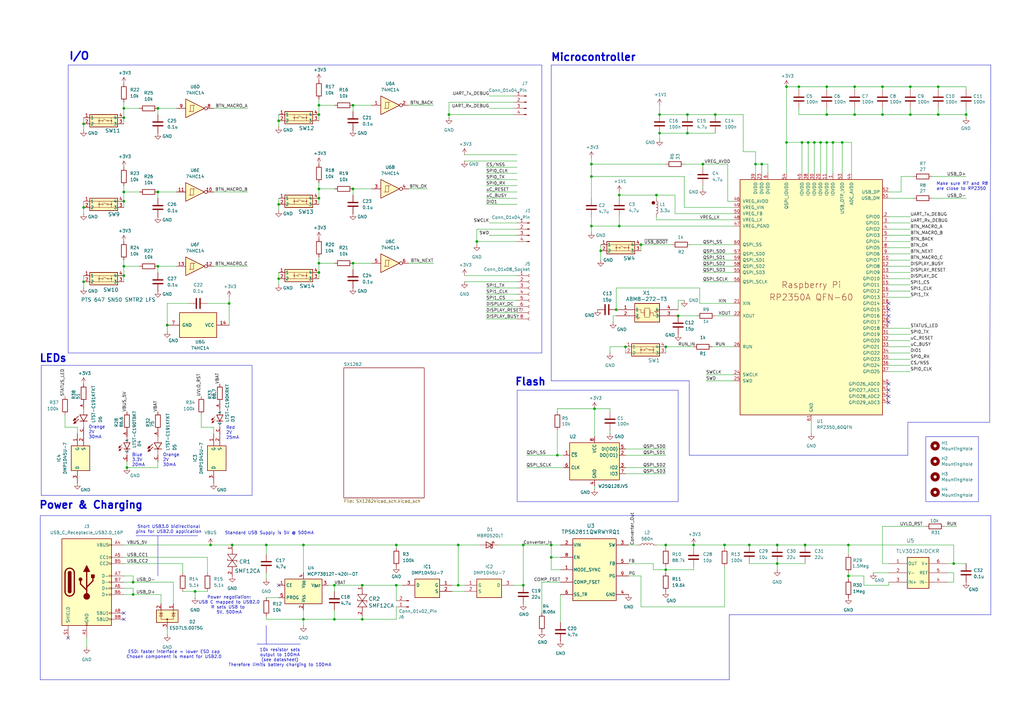
<source format=kicad_sch>
(kicad_sch (version 20231120) (generator "eeschema") (generator_version "8.0")
  (paper "A3")
  (title_block (title "VoidLink") (rev "2.0") (company "RF Doom"))
  (junction (at 54.61 243.84))
  (junction (at 336.55 58.42))
  (junction (at 350.52 35.56))
  (junction (at 184.15 46.99))
  (junction (at 162.56 240.03))
  (junction (at 114.3 83.82))
  (junction (at 144.78 43.18))
  (junction (at 64.77 78.74))
  (junction (at 361.95 46.99))
  (junction (at 273.05 142.24))
  (junction (at 52.07 191.77))
  (junction (at 50.8 113.03))
  (junction (at 148.59 254))
  (junction (at 95.25 223.52))
  (junction (at 137.16 240.03))
  (junction (at 144.78 107.95))
  (junction (at 144.78 77.47))
  (junction (at 347.98 223.52))
  (junction (at 284.48 223.52))
  (junction (at 318.77 231.14))
  (junction (at 130.81 46.99))
  (junction (at 242.57 72.39))
  (junction (at 347.98 236.22))
  (junction (at 50.8 78.74))
  (junction (at 187.96 223.52))
  (junction (at 130.81 77.47))
  (junction (at 226.06 223.52))
  (junction (at 68.58 133.35))
  (junction (at 391.16 231.14))
  (junction (at 361.95 35.56))
  (junction (at 64.77 44.45))
  (junction (at 330.2 223.52))
  (junction (at 297.18 223.52))
  (junction (at 34.29 115.57))
  (junction (at 214.63 223.52))
  (junction (at 228.6 186.69))
  (junction (at 50.8 48.26))
  (junction (at 281.94 46.99))
  (junction (at 86.36 223.52))
  (junction (at 345.44 58.42))
  (junction (at 254 80.01))
  (junction (at 339.09 58.42))
  (junction (at 226.06 228.6))
  (junction (at 350.52 46.99))
  (junction (at 331.47 58.42))
  (junction (at 327.66 35.56))
  (junction (at 339.09 35.56))
  (junction (at 334.01 58.42))
  (junction (at 269.24 80.01))
  (junction (at 50.8 109.22))
  (junction (at 130.81 81.28))
  (junction (at 187.96 240.03))
  (junction (at 246.38 102.87))
  (junction (at 328.93 58.42))
  (junction (at 256.54 142.24))
  (junction (at 195.58 99.06))
  (junction (at 137.16 254))
  (junction (at 50.8 44.45))
  (junction (at 270.51 46.99))
  (junction (at 242.57 67.31))
  (junction (at 130.81 111.76))
  (junction (at 242.57 92.71))
  (junction (at 50.8 82.55))
  (junction (at 270.51 54.61))
  (junction (at 124.46 223.52))
  (junction (at 162.56 223.52))
  (junction (at 54.61 238.76))
  (junction (at 252.73 127))
  (junction (at 273.05 233.68))
  (junction (at 114.3 114.3))
  (junction (at 384.81 35.56))
  (junction (at 114.3 49.53))
  (junction (at 322.58 58.42))
  (junction (at 93.98 124.46))
  (junction (at 373.38 46.99))
  (junction (at 318.77 223.52))
  (junction (at 293.37 46.99))
  (junction (at 322.58 35.56))
  (junction (at 307.34 223.52))
  (junction (at 278.13 129.54))
  (junction (at 309.88 67.31))
  (junction (at 312.42 67.31))
  (junction (at 281.94 54.61))
  (junction (at 109.22 223.52))
  (junction (at 148.59 240.03))
  (junction (at 339.09 46.99))
  (junction (at 262.89 100.33))
  (junction (at 34.29 85.09))
  (junction (at 124.46 254))
  (junction (at 130.81 107.95))
  (junction (at 64.77 109.22))
  (junction (at 254 92.71))
  (junction (at 80.01 242.57))
  (junction (at 396.24 46.99))
  (junction (at 373.38 35.56))
  (junction (at 384.81 46.99))
  (junction (at 34.29 50.8))
  (junction (at 243.84 167.64))
  (junction (at 288.29 67.31))
  (junction (at 130.81 43.18))
  (junction (at 273.05 223.52))
  (junction (at 341.63 58.42))
  (junction (at 214.63 240.03))
  (no_connect (at 27.94 261.62))
  (no_connect (at 364.49 157.48))
  (no_connect (at 50.8 254))
  (no_connect (at 50.8 251.46))
  (no_connect (at 114.3 240.03))
  (no_connect (at 364.49 124.46))
  (no_connect (at 364.49 162.56))
  (no_connect (at 364.49 165.1))
  (no_connect (at 364.49 132.08))
  (no_connect (at 364.49 127))
  (no_connect (at 364.49 129.54))
  (no_connect (at 364.49 160.02))
  (wire (pts (xy 384.81 44.45) (xy 384.81 46.99)))
  (wire (pts (xy 273.05 142.24) (xy 273.05 144.78)))
  (wire (pts (xy 369.57 72.39) (xy 374.65 72.39)))
  (wire (pts (xy 364.49 99.06) (xy 373.38 99.06)))
  (wire (pts (xy 339.09 35.56) (xy 350.52 35.56)))
  (wire (pts (xy 134.62 240.03) (xy 137.16 240.03)))
  (wire (pts (xy 350.52 36.83) (xy 350.52 35.56)))
  (wire (pts (xy 373.38 46.99) (xy 361.95 46.99)))
  (wire (pts (xy 214.63 223.52) (xy 226.06 223.52)))
  (polyline (pts (xy 406.4 26.67) (xy 405.892 173.228)))
  (wire (pts (xy 109.22 223.52) (xy 109.22 227.33)))
  (wire (pts (xy 50.8 241.3) (xy 54.61 241.3)))
  (wire (pts (xy 297.18 223.52) (xy 297.18 224.79)))
  (wire (pts (xy 327.66 44.45) (xy 327.66 46.99)))
  (wire (pts (xy 212.09 91.44) (xy 200.66 91.44)))
  (wire (pts (xy 114.3 49.53) (xy 114.3 52.07)))
  (wire (pts (xy 345.44 71.12) (xy 345.44 58.42)))
  (wire (pts (xy 281.94 54.61) (xy 293.37 54.61)))
  (wire (pts (xy 199.39 71.12) (xy 212.09 71.12)))
  (wire (pts (xy 270.51 54.61) (xy 270.51 57.15)))
  (wire (pts (xy 364.49 106.68) (xy 373.38 106.68)))
  (wire (pts (xy 269.24 90.17) (xy 300.99 90.17)))
  (wire (pts (xy 124.46 223.52) (xy 162.56 223.52)))
  (wire (pts (xy 80.01 242.57) (xy 80.01 245.11)))
  (wire (pts (xy 130.81 43.18) (xy 130.81 46.99)))
  (wire (pts (xy 68.58 124.46) (xy 68.58 133.35)))
  (wire (pts (xy 309.88 62.23) (xy 309.88 67.31)))
  (wire (pts (xy 364.49 134.62) (xy 373.38 134.62)))
  (wire (pts (xy 364.49 147.32) (xy 373.38 147.32)))
  (wire (pts (xy 284.48 223.52) (xy 284.48 224.79)))
  (wire (pts (xy 228.6 176.53) (xy 228.6 186.69)))
  (wire (pts (xy 288.29 111.76) (xy 300.99 111.76)))
  (wire (pts (xy 144.78 107.95) (xy 144.78 110.49)))
  (wire (pts (xy 361.95 44.45) (xy 361.95 46.99)))
  (wire (pts (xy 388.62 234.95) (xy 391.16 234.95)))
  (polyline (pts (xy 299.085 252.095) (xy 299.085 255.905)))
  (wire (pts (xy 31.75 175.26) (xy 26.67 175.26)))
  (wire (pts (xy 327.66 36.83) (xy 327.66 35.56)))
  (wire (pts (xy 185.42 240.03) (xy 187.96 240.03)))
  (wire (pts (xy 50.8 236.22) (xy 54.61 236.22)))
  (wire (pts (xy 26.67 170.18) (xy 26.67 175.26)))
  (wire (pts (xy 373.38 36.83) (xy 373.38 35.56)))
  (wire (pts (xy 289.56 156.21) (xy 300.99 156.21)))
  (wire (pts (xy 361.95 231.14) (xy 361.95 215.9)))
  (wire (pts (xy 109.22 223.52) (xy 124.46 223.52)))
  (wire (pts (xy 54.61 238.76) (xy 71.12 238.76)))
  (wire (pts (xy 52.07 189.23) (xy 52.07 191.77)))
  (wire (pts (xy 228.6 167.64) (xy 243.84 167.64)))
  (wire (pts (xy 262.89 236.22) (xy 262.89 248.92)))
  (wire (pts (xy 57.15 109.22) (xy 50.8 109.22)))
  (wire (pts (xy 72.39 109.22) (xy 64.77 109.22)))
  (wire (pts (xy 148.59 240.03) (xy 162.56 240.03)))
  (wire (pts (xy 354.33 240.03) (xy 354.33 236.22)))
  (wire (pts (xy 318.77 231.14) (xy 330.2 231.14)))
  (wire (pts (xy 304.8 46.99) (xy 304.8 62.23)))
  (wire (pts (xy 54.61 236.22) (xy 54.61 238.76)))
  (polyline (pts (xy 226.06 26.67) (xy 226.06 156.21)))
  (wire (pts (xy 270.51 43.18) (xy 270.51 46.99)))
  (wire (pts (xy 347.98 223.52) (xy 347.98 227.33)))
  (wire (pts (xy 322.58 35.56) (xy 322.58 58.42)))
  (wire (pts (xy 77.47 124.46) (xy 68.58 124.46)))
  (wire (pts (xy 34.29 115.57) (xy 34.29 118.11)))
  (wire (pts (xy 137.16 240.03) (xy 137.16 242.57)))
  (wire (pts (xy 68.58 257.81) (xy 68.58 260.35)))
  (wire (pts (xy 284.48 233.68) (xy 284.48 232.41)))
  (wire (pts (xy 190.5 113.03) (xy 212.09 113.03)))
  (wire (pts (xy 50.8 113.03) (xy 50.8 115.57)))
  (polyline (pts (xy 16.51 211.455) (xy 16.51 278.765)))
  (polyline (pts (xy 372.364 173.228) (xy 405.892 173.228)))
  (wire (pts (xy 293.37 129.54) (xy 300.99 129.54)))
  (wire (pts (xy 114.3 46.99) (xy 114.3 49.53)))
  (wire (pts (xy 199.39 120.65) (xy 212.09 120.65)))
  (wire (pts (xy 281.94 46.99) (xy 293.37 46.99)))
  (wire (pts (xy 50.8 109.22) (xy 50.8 106.68)))
  (wire (pts (xy 252.73 129.54) (xy 251.46 129.54)))
  (wire (pts (xy 304.8 62.23) (xy 309.88 62.23)))
  (wire (pts (xy 137.16 254) (xy 137.16 250.19)))
  (wire (pts (xy 364.49 111.76) (xy 373.38 111.76)))
  (wire (pts (xy 228.6 186.69) (xy 231.14 186.69)))
  (polyline (pts (xy 16.51 211.455) (xy 406.4 211.455)))
  (wire (pts (xy 288.29 67.31) (xy 288.29 68.58)))
  (wire (pts (xy 284.48 223.52) (xy 297.18 223.52)))
  (wire (pts (xy 87.63 78.74) (xy 101.6 78.74)))
  (wire (pts (xy 199.39 76.2) (xy 212.09 76.2)))
  (wire (pts (xy 196.85 223.52) (xy 187.96 223.52)))
  (wire (pts (xy 276.86 87.63) (xy 276.86 80.01)))
  (wire (pts (xy 364.49 93.98) (xy 373.38 93.98)))
  (wire (pts (xy 322.58 58.42) (xy 328.93 58.42)))
  (wire (pts (xy 267.97 233.68) (xy 267.97 231.14)))
  (wire (pts (xy 85.09 228.6) (xy 85.09 234.95)))
  (wire (pts (xy 199.39 68.58) (xy 212.09 68.58)))
  (wire (pts (xy 364.49 119.38) (xy 373.38 119.38)))
  (wire (pts (xy 152.4 43.18) (xy 144.78 43.18)))
  (wire (pts (xy 226.06 228.6) (xy 226.06 233.68)))
  (wire (pts (xy 66.04 243.84) (xy 66.04 247.65)))
  (wire (pts (xy 347.98 236.22) (xy 347.98 237.49)))
  (wire (pts (xy 137.16 77.47) (xy 130.81 77.47)))
  (polyline (pts (xy 406.4 252.095) (xy 406.4 211.455)))
  (wire (pts (xy 148.59 252.73) (xy 148.59 254)))
  (wire (pts (xy 331.47 58.42) (xy 334.01 58.42)))
  (wire (pts (xy 256.54 191.77) (xy 273.05 191.77)))
  (wire (pts (xy 162.56 248.92) (xy 162.56 254)))
  (wire (pts (xy 391.16 234.95) (xy 391.16 238.76)))
  (wire (pts (xy 273.05 233.68) (xy 267.97 233.68)))
  (wire (pts (xy 215.9 191.77) (xy 231.14 191.77)))
  (wire (pts (xy 242.57 67.31) (xy 242.57 72.39)))
  (wire (pts (xy 384.81 46.99) (xy 396.24 46.99)))
  (wire (pts (xy 167.64 77.47) (xy 175.26 77.47)))
  (wire (pts (xy 280.67 67.31) (xy 288.29 67.31)))
  (wire (pts (xy 243.84 167.64) (xy 243.84 179.07)))
  (wire (pts (xy 297.18 223.52) (xy 307.34 223.52)))
  (wire (pts (xy 214.63 240.03) (xy 210.82 240.03)))
  (wire (pts (xy 364.49 152.4) (xy 373.38 152.4)))
  (wire (pts (xy 228.6 168.91) (xy 228.6 167.64)))
  (wire (pts (xy 373.38 35.56) (xy 384.81 35.56)))
  (wire (pts (xy 242.57 67.31) (xy 273.05 67.31)))
  (wire (pts (xy 222.25 238.76) (xy 222.25 251.46)))
  (wire (pts (xy 254 81.28) (xy 254 80.01)))
  (wire (pts (xy 327.66 35.56) (xy 339.09 35.56)))
  (wire (pts (xy 109.22 245.11) (xy 114.3 245.11)))
  (wire (pts (xy 384.81 46.99) (xy 373.38 46.99)))
  (wire (pts (xy 269.24 90.17) (xy 269.24 88.9)))
  (wire (pts (xy 130.81 43.18) (xy 130.81 40.64)))
  (wire (pts (xy 254 80.01) (xy 269.24 80.01)))
  (wire (pts (xy 396.24 44.45) (xy 396.24 46.99)))
  (wire (pts (xy 364.49 78.74) (xy 369.57 78.74)))
  (wire (pts (xy 95.25 223.52) (xy 109.22 223.52)))
  (wire (pts (xy 349.25 58.42) (xy 349.25 71.12)))
  (wire (pts (xy 184.15 41.91) (xy 184.15 46.99)))
  (wire (pts (xy 71.12 238.76) (xy 71.12 247.65)))
  (wire (pts (xy 364.49 240.03) (xy 354.33 240.03)))
  (wire (pts (xy 162.56 223.52) (xy 162.56 224.79)))
  (wire (pts (xy 50.8 44.45) (xy 50.8 41.91)))
  (wire (pts (xy 347.98 223.52) (xy 391.16 223.52)))
  (wire (pts (xy 269.24 80.01) (xy 269.24 81.28)))
  (wire (pts (xy 87.63 109.22) (xy 101.6 109.22)))
  (wire (pts (xy 278.13 123.19) (xy 280.67 123.19)))
  (wire (pts (xy 382.27 81.28) (xy 396.24 81.28)))
  (wire (pts (xy 195.58 99.06) (xy 195.58 100.33)))
  (wire (pts (xy 283.21 100.33) (xy 300.99 100.33)))
  (wire (pts (xy 262.89 100.33) (xy 262.89 102.87)))
  (wire (pts (xy 50.8 82.55) (xy 50.8 85.09)))
  (wire (pts (xy 212.09 73.66) (xy 199.39 73.66)))
  (wire (pts (xy 87.63 44.45) (xy 101.6 44.45)))
  (wire (pts (xy 50.8 109.22) (xy 50.8 113.03)))
  (wire (pts (xy 114.3 111.76) (xy 114.3 114.3)))
  (wire (pts (xy 307.34 223.52) (xy 318.77 223.52)))
  (wire (pts (xy 212.09 93.98) (xy 195.58 93.98)))
  (wire (pts (xy 391.16 223.52) (xy 391.16 231.14)))
  (wire (pts (xy 350.52 46.99) (xy 339.09 46.99)))
  (wire (pts (xy 200.66 39.37) (xy 210.82 39.37)))
  (wire (pts (xy 341.63 58.42) (xy 341.63 71.12)))
  (wire (pts (xy 124.46 250.19) (xy 124.46 254)))
  (wire (pts (xy 114.3 81.28) (xy 114.3 83.82)))
  (wire (pts (xy 361.95 46.99) (xy 350.52 46.99)))
  (wire (pts (xy 288.29 77.47) (xy 288.29 76.2)))
  (wire (pts (xy 332.74 172.72) (xy 332.74 177.8)))
  (wire (pts (xy 350.52 44.45) (xy 350.52 46.99)))
  (polyline (pts (xy 299.085 278.765) (xy 299.085 255.905)))
  (wire (pts (xy 287.02 124.46) (xy 287.02 118.11)))
  (wire (pts (xy 330.2 223.52) (xy 347.98 223.52)))
  (wire (pts (xy 307.34 231.14) (xy 318.77 231.14)))
  (wire (pts (xy 361.95 231.14) (xy 364.49 231.14)))
  (wire (pts (xy 57.15 78.74) (xy 50.8 78.74)))
  (wire (pts (xy 273.05 223.52) (xy 273.05 224.79)))
  (wire (pts (xy 130.81 107.95) (xy 130.81 105.41)))
  (wire (pts (xy 273.05 142.24) (xy 284.48 142.24)))
  (wire (pts (xy 278.13 127) (xy 278.13 123.19)))
  (polyline (pts (xy 282.702 186.69) (xy 372.364 186.69)))
  (wire (pts (xy 137.16 43.18) (xy 130.81 43.18)))
  (wire (pts (xy 130.81 111.76) (xy 130.81 114.3)))
  (wire (pts (xy 364.49 240.03) (xy 364.49 238.76)))
  (wire (pts (xy 54.61 241.3) (xy 54.61 243.84)))
  (wire (pts (xy 257.81 231.14) (xy 267.97 231.14)))
  (wire (pts (xy 212.09 123.19) (xy 199.39 123.19)))
  (wire (pts (xy 361.95 215.9) (xy 379.73 215.9)))
  (wire (pts (xy 74.93 242.57) (xy 80.01 242.57)))
  (wire (pts (xy 246.38 100.33) (xy 246.38 102.87)))
  (wire (pts (xy 187.96 240.03) (xy 190.5 240.03)))
  (wire (pts (xy 144.78 77.47) (xy 144.78 80.01)))
  (wire (pts (xy 214.63 223.52) (xy 214.63 240.03)))
  (wire (pts (xy 72.39 44.45) (xy 64.77 44.45)))
  (wire (pts (xy 34.29 50.8) (xy 34.29 53.34)))
  (wire (pts (xy 242.57 72.39) (xy 280.67 72.39)))
  (polyline (pts (xy 109.22 256.54) (xy 109.22 264.16)))
  (wire (pts (xy 388.62 231.14) (xy 391.16 231.14)))
  (wire (pts (xy 339.09 58.42) (xy 341.63 58.42)))
  (wire (pts (xy 54.61 243.84) (xy 66.04 243.84)))
  (wire (pts (xy 190.5 66.04) (xy 212.09 66.04)))
  (wire (pts (xy 339.09 71.12) (xy 339.09 58.42)))
  (wire (pts (xy 50.8 78.74) (xy 50.8 82.55)))
  (wire (pts (xy 86.36 223.52) (xy 95.25 223.52)))
  (wire (pts (xy 50.8 238.76) (xy 54.61 238.76)))
  (wire (pts (xy 361.95 35.56) (xy 373.38 35.56)))
  (wire (pts (xy 364.49 137.16) (xy 373.38 137.16)))
  (wire (pts (xy 242.57 92.71) (xy 254 92.71)))
  (wire (pts (xy 364.49 109.22) (xy 373.38 109.22)))
  (wire (pts (xy 137.16 107.95) (xy 130.81 107.95)))
  (wire (pts (xy 184.15 46.99) (xy 210.82 46.99)))
  (wire (pts (xy 396.24 36.83) (xy 396.24 35.56)))
  (wire (pts (xy 298.45 67.31) (xy 298.45 82.55)))
  (wire (pts (xy 358.14 234.95) (xy 364.49 234.95)))
  (wire (pts (xy 292.1 142.24) (xy 300.99 142.24)))
  (wire (pts (xy 339.09 36.83) (xy 339.09 35.56)))
  (wire (pts (xy 288.29 104.14) (xy 300.99 104.14)))
  (wire (pts (xy 229.87 233.68) (xy 226.06 233.68)))
  (wire (pts (xy 50.8 44.45) (xy 50.8 48.26)))
  (wire (pts (xy 364.49 144.78) (xy 373.38 144.78)))
  (wire (pts (xy 312.42 67.31) (xy 312.42 71.12)))
  (wire (pts (xy 167.64 107.95) (xy 177.8 107.95)))
  (wire (pts (xy 190.5 115.57) (xy 212.09 115.57)))
  (wire (pts (xy 364.49 139.7) (xy 373.38 139.7)))
  (wire (pts (xy 256.54 142.24) (xy 256.54 144.78)))
  (wire (pts (xy 364.49 91.44) (xy 373.38 91.44)))
  (wire (pts (xy 229.87 238.76) (xy 222.25 238.76)))
  (wire (pts (xy 87.63 175.26) (xy 82.55 175.26)))
  (wire (pts (xy 187.96 223.52) (xy 187.96 240.03)))
  (wire (pts (xy 256.54 184.15) (xy 273.05 184.15)))
  (polyline (pts (xy 16.51 278.765) (xy 299.085 278.765)))
  (wire (pts (xy 309.88 67.31) (xy 312.42 67.31)))
  (polyline (pts (xy 226.06 26.67) (xy 406.4 26.67)))
  (wire (pts (xy 288.29 106.68) (xy 300.99 106.68)))
  (wire (pts (xy 35.56 265.43) (xy 35.56 261.62)))
  (wire (pts (xy 331.47 71.12) (xy 331.47 58.42)))
  (wire (pts (xy 184.15 46.99) (xy 184.15 48.26)))
  (wire (pts (xy 250.19 142.24) (xy 250.19 144.78)))
  (wire (pts (xy 64.77 189.23) (xy 64.77 191.77)))
  (wire (pts (xy 229.87 243.84) (xy 229.87 255.27)))
  (wire (pts (xy 242.57 88.9) (xy 242.57 92.71)))
  (wire (pts (xy 162.56 240.03) (xy 162.56 246.38)))
  (wire (pts (xy 273.05 223.52) (xy 284.48 223.52)))
  (wire (pts (xy 334.01 71.12) (xy 334.01 58.42)))
  (wire (pts (xy 212.09 96.52) (xy 200.66 96.52)))
  (wire (pts (xy 364.49 121.92) (xy 373.38 121.92)))
  (wire (pts (xy 226.06 228.6) (xy 226.06 223.52)))
  (wire (pts (xy 250.19 176.53) (xy 250.19 177.8)))
  (wire (pts (xy 262.89 248.92) (xy 297.18 248.92)))
  (wire (pts (xy 124.46 254) (xy 124.46 256.54)))
  (wire (pts (xy 52.07 191.77) (xy 64.77 191.77)))
  (wire (pts (xy 336.55 71.12) (xy 336.55 58.42)))
  (wire (pts (xy 144.78 43.18) (xy 144.78 45.72)))
  (wire (pts (xy 354.33 236.22) (xy 347.98 236.22)))
  (wire (pts (xy 364.49 88.9) (xy 373.38 88.9)))
  (wire (pts (xy 256.54 194.31) (xy 273.05 194.31)))
  (wire (pts (xy 80.01 242.57) (xy 85.09 242.57)))
  (wire (pts (xy 288.29 115.57) (xy 300.99 115.57)))
  (polyline (pts (xy 299.085 252.095) (xy 406.4 252.095)))
  (wire (pts (xy 68.58 133.35) (xy 68.58 135.89)))
  (polyline (pts (xy 55.753 219.71) (xy 81.153 219.71)))
  (wire (pts (xy 391.16 231.14) (xy 396.24 231.14)))
  (wire (pts (xy 339.09 44.45) (xy 339.09 46.99)))
  (wire (pts (xy 257.81 223.52) (xy 261.62 223.52)))
  (wire (pts (xy 250.19 142.24) (xy 256.54 142.24)))
  (polyline (pts (xy 282.702 156.21) (xy 226.06 156.21)))
  (wire (pts (xy 288.29 67.31) (xy 298.45 67.31)))
  (wire (pts (xy 34.29 82.55) (xy 34.29 85.09)))
  (wire (pts (xy 34.29 48.26) (xy 34.29 50.8)))
  (wire (pts (xy 297.18 232.41) (xy 297.18 248.92)))
  (wire (pts (xy 215.9 186.69) (xy 228.6 186.69)))
  (wire (pts (xy 199.39 83.82) (xy 212.09 83.82)))
  (wire (pts (xy 34.29 85.09) (xy 34.29 87.63)))
  (wire (pts (xy 114.3 114.3) (xy 114.3 116.84)))
  (wire (pts (xy 373.38 44.45) (xy 373.38 46.99)))
  (wire (pts (xy 369.57 72.39) (xy 369.57 78.74)))
  (wire (pts (xy 124.46 254) (xy 137.16 254)))
  (wire (pts (xy 270.51 54.61) (xy 281.94 54.61)))
  (wire (pts (xy 339.09 46.99) (xy 327.66 46.99)))
  (wire (pts (xy 109.22 234.95) (xy 109.22 237.49)))
  (wire (pts (xy 364.49 101.6) (xy 373.38 101.6)))
  (wire (pts (xy 246.38 106.68) (xy 246.38 102.87)))
  (wire (pts (xy 314.96 67.31) (xy 314.96 71.12)))
  (wire (pts (xy 130.81 77.47) (xy 130.81 74.93)))
  (wire (pts (xy 87.63 177.8) (xy 87.63 175.26)))
  (wire (pts (xy 364.49 104.14) (xy 373.38 104.14)))
  (wire (pts (xy 167.64 43.18) (xy 177.8 43.18)))
  (wire (pts (xy 364.49 142.24) (xy 373.38 142.24)))
  (wire (pts (xy 270.51 46.99) (xy 281.94 46.99)))
  (wire (pts (xy 289.56 153.67) (xy 300.99 153.67)))
  (wire (pts (xy 199.39 78.74) (xy 212.09 78.74)))
  (wire (pts (xy 93.98 133.35) (xy 93.98 124.46)))
  (wire (pts (xy 350.52 35.56) (xy 361.95 35.56)))
  (wire (pts (xy 293.37 46.99) (xy 304.8 46.99)))
  (wire (pts (xy 364.49 149.86) (xy 373.38 149.86)))
  (wire (pts (xy 252.73 118.11) (xy 252.73 127)))
  (wire (pts (xy 334.01 58.42) (xy 336.55 58.42)))
  (wire (pts (xy 72.39 78.74) (xy 64.77 78.74)))
  (wire (pts (xy 256.54 186.69) (xy 273.05 186.69)))
  (wire (pts (xy 318.77 231.14) (xy 318.77 233.68)))
  (polyline (pts (xy 372.364 186.69) (xy 372.364 173.228)))
  (wire (pts (xy 242.57 92.71) (xy 242.57 95.25)))
  (wire (pts (xy 336.55 58.42) (xy 339.09 58.42)))
  (wire (pts (xy 322.58 35.56) (xy 327.66 35.56)))
  (wire (pts (xy 322.58 58.42) (xy 322.58 71.12)))
  (wire (pts (xy 257.81 236.22) (xy 262.89 236.22)))
  (wire (pts (xy 242.57 64.77) (xy 242.57 67.31)))
  (wire (pts (xy 345.44 58.42) (xy 349.25 58.42)))
  (wire (pts (xy 243.84 199.39) (xy 243.84 200.66)))
  (wire (pts (xy 384.81 35.56) (xy 396.24 35.56)))
  (wire (pts (xy 287.02 118.11) (xy 252.73 118.11)))
  (wire (pts (xy 82.55 170.18) (xy 82.55 175.26)))
  (wire (pts (xy 287.02 124.46) (xy 300.99 124.46)))
  (wire (pts (xy 148.59 254) (xy 162.56 254)))
  (wire (pts (xy 384.81 36.83) (xy 384.81 35.56)))
  (wire (pts (xy 64.77 109.22) (xy 64.77 111.76)))
  (wire (pts (xy 318.77 223.52) (xy 330.2 223.52)))
  (wire (pts (xy 74.93 234.95) (xy 74.93 231.14)))
  (wire (pts (xy 50.8 243.84) (xy 54.61 243.84)))
  (wire (pts (xy 341.63 58.42) (xy 345.44 58.42)))
  (wire (pts (xy 328.93 58.42) (xy 331.47 58.42)))
  (wire (pts (xy 396.24 46.99) (xy 396.24 48.26)))
  (wire (pts (xy 273.05 233.68) (xy 284.48 233.68)))
  (polyline (pts (xy 105.41 264.16) (xy 123.19 264.16)))
  (wire (pts (xy 312.42 67.31) (xy 314.96 67.31)))
  (wire (pts (xy 280.67 85.09) (xy 300.99 85.09)))
  (wire (pts (xy 226.06 223.52) (xy 229.87 223.52)))
  (wire (pts (xy 364.49 96.52) (xy 373.38 96.52)))
  (wire (pts (xy 309.88 67.31) (xy 309.88 71.12)))
  (wire (pts (xy 130.81 81.28) (xy 130.81 83.82)))
  (wire (pts (xy 199.39 81.28) (xy 212.09 81.28)))
  (wire (pts (xy 204.47 223.52) (xy 214.63 223.52)))
  (wire (pts (xy 199.39 118.11) (xy 212.09 118.11)))
  (wire (pts (xy 93.98 121.92) (xy 93.98 124.46)))
  (wire (pts (xy 212.09 99.06) (xy 195.58 99.06)))
  (wire (pts (xy 199.39 128.27) (xy 212.09 128.27)))
  (wire (pts (xy 130.81 46.99) (xy 130.81 49.53)))
  (wire (pts (xy 64.77 44.45) (xy 64.77 46.99)))
  (wire (pts (xy 184.15 41.91) (xy 210.82 41.91)))
  (wire (pts (xy 229.87 228.6) (xy 226.06 228.6)))
  (wire (pts (xy 57.15 44.45) (xy 50.8 44.45)))
  (wire (pts (xy 300.99 87.63) (xy 276.86 87.63)))
  (wire (pts (xy 50.8 228.6) (xy 85.09 228.6)))
  (wire (pts (xy 280.67 72.39) (xy 280.67 85.09)))
  (wire (pts (xy 387.35 215.9) (xy 392.43 215.9)))
  (wire (pts (xy 288.29 109.22) (xy 300.99 109.22)))
  (wire (pts (xy 364.49 116.84) (xy 373.38 116.84)))
  (wire (pts (xy 328.93 71.12) (xy 328.93 58.42)))
  (wire (pts (xy 388.62 238.76) (xy 391.16 238.76)))
  (wire (pts (xy 190.5 63.5) (xy 212.09 63.5)))
  (wire (pts (xy 109.22 252.73) (xy 109.22 254)))
  (wire (pts (xy 250.19 167.64) (xy 243.84 167.64)))
  (wire (pts (xy 269.24 223.52) (xy 273.05 223.52)))
  (wire (pts (xy 200.66 44.45) (xy 210.82 44.45)))
  (wire (pts (xy 199.39 130.81) (xy 212.09 130.81)))
  (wire (pts (xy 382.27 72.39) (xy 396.24 72.39)))
  (wire (pts (xy 50.8 78.74) (xy 50.8 76.2)))
  (wire (pts (xy 273.05 233.68) (xy 273.05 234.95)))
  (wire (pts (xy 130.81 107.95) (xy 130.81 111.76)))
  (wire (pts (xy 124.46 234.95) (xy 124.46 223.52)))
  (wire (pts (xy 199.39 125.73) (xy 212.09 125.73)))
  (wire (pts (xy 137.16 254) (xy 148.59 254)))
  (wire (pts (xy 242.57 72.39) (xy 242.57 81.28)))
  (wire (pts (xy 114.3 83.82) (xy 114.3 86.36)))
  (wire (pts (xy 364.49 81.28) (xy 374.65 81.28)))
  (wire (pts (xy 50.8 223.52) (xy 86.36 223.52)))
  (wire (pts (xy 152.4 77.47) (xy 144.78 77.47)))
  (wire (pts (xy 185.42 242.57) (xy 190.5 242.57)))
  (wire (pts (xy 273.05 232.41) (xy 273.05 233.68)))
  (wire (pts (xy 64.77 78.74) (xy 64.77 81.28)))
  (wire (pts (xy 278.13 129.54) (xy 285.75 129.54)))
  (wire (pts (xy 50.8 48.26) (xy 50.8 50.8)))
  (wire (pts (xy 254 88.9) (xy 254 92.71)))
  (wire (pts (xy 50.8 231.14) (xy 74.93 231.14)))
  (wire (pts (xy 364.49 114.3) (xy 373.38 114.3)))
  (wire (pts (xy 162.56 223.52) (xy 187.96 223.52)))
  (wire (pts (xy 109.22 254) (xy 124.46 254)))
  (wire (pts (xy 276.86 80.01) (xy 269.24 80.01)))
  (wire (pts (xy 93.98 124.46) (xy 85.09 124.46)))
  (wire (pts (xy 195.58 93.98) (xy 195.58 99.06)))
  (wire (pts (xy 254 92.71) (xy 300.99 92.71)))
  (wire (pts (xy 162.56 240.03) (xy 165.1 240.03)))
  (polyline (pts (xy 64.77 236.22) (xy 64.77 219.71)))
  (wire (pts (xy 152.4 107.95) (xy 144.78 107.95)))
  (wire (pts (xy 34.29 113.03) (xy 34.29 115.57)))
  (wire (pts (xy 262.89 100.33) (xy 275.59 100.33)))
  (wire (pts (xy 361.95 36.83) (xy 361.95 35.56)))
  (wire (pts (xy 137.16 240.03) (xy 148.59 240.03)))
  (wire (pts (xy 298.45 82.55) (xy 300.99 82.55)))
  (wire (pts (xy 31.75 177.8) (xy 31.75 175.26)))
  (wire (pts (xy 251.46 129.54) (xy 251.46 132.08)))
  (wire (pts (xy 250.19 168.91) (xy 250.19 167.64)))
  (wire (pts (xy 254 78.74) (xy 254 80.01)))
  (polyline (pts (xy 282.702 186.69) (xy 282.702 156.21)))
  (wire (pts (xy 347.98 234.95) (xy 347.98 236.22)))
  (wire (pts (xy 130.81 77.47) (xy 130.81 81.28)))
  (circle (center 267.97 83.185) (radius 0.635) (stroke (width 0) (color 132 0 0 1)) (fill (type color) (color 132 0 0 1)))
  (rectangle (start 212.09 160.02) (end 278.13 205.74))
  (rectangle (start 27.94 26.67) (end 222.25 144.78))
  (rectangle (start 379.73 179.07) (end 401.32 205.74))
  (rectangle (start 16.891 149.86) (end 103.378 203.2))
  (text "Orange\n2V\n30mA" (at 36.322 177.292 0) (effects (font (size 1.27 1.27)) (justify left)))
  (text "Flash" (at 211.074 158.496 0) (effects (font (size 3.048 3.048) (thickness 0.6096) (bold yes)) (justify left bottom)))
  (text "10k resistor sets\noutput to 100mA\n(see datasheet)\nTherefore limits battery charging to 100mA" (at 114.808 269.748 0) (effects (font (size 1.27 1.27))))
  (text "LEDs" (at 16.002 148.844 0) (effects (font (size 3.048 3.048) (thickness 0.6096) (bold yes)) (justify left bottom)))
  (text "Standard USB Supply is 5V @ 500mA" (at 110.49 218.694 0) (effects (font (size 1.27 1.27))))
  (text "Power negotiation:\nUSB C mapped to USB2.0\nR sets USB to \n5V, 500mA" (at 93.98 248.158 0) (effects (font (size 1.27 1.27))))
  (text "ESD: faster interface = lower ESD cap\nChosen component is meant for USB2.0" (at 71.374 268.478 0) (effects (font (size 1.27 1.27))))
  (text "Make sure R7 and R8 \nare close to RP2350\n" (at 384.048 78.232 0) (effects (font (size 1.27 1.27)) (justify left bottom)))
  (text "Short USB3.0 bidirectional\npins for USB2.0 application" (at 69.215 217.17 0) (effects (font (size 1.27 1.27))))
  (text "I/O" (at 28.194 24.892 0) (effects (font (size 3.048 3.048) (thickness 0.6096) (bold yes)) (justify left bottom)))
  (text "Orange\n2V\n30mA" (at 66.802 188.722 0) (effects (font (size 1.27 1.27)) (justify left)))
  (text "Red\n2V\n25mA" (at 92.71 177.546 0) (effects (font (size 1.27 1.27)) (justify left)))
  (text "Power & Charging" (at 37.338 207.264 0) (effects (font (size 3.048 3.048) (thickness 0.6096) (bold yes))))
  (text "Blue\n3.3V\n20mA" (at 54.102 188.722 0) (effects (font (size 1.27 1.27)) (justify left)))
  (text "Microcontroller" (at 225.806 25.4 0) (effects (font (size 3.048 3.048) (thickness 0.6096) (bold yes)) (justify left bottom)))
  (label "UART_Rx_DEBUG" (at 200.66 44.45 180))
  (label "PG" (at 257.81 236.22 0))
  (label "QSPI_SCLK" (at 288.29 115.57 0))
  (label "SPI0_TX" (at 199.39 73.66 0))
  (label "BTN_MACRO_A" (at 373.38 93.98 0))
  (label "CS{slash}NSS" (at 199.39 68.58 0))
  (label "USB_D+" (at 55.88 243.84 0))
  (label "SWD" (at 200.66 96.52 180))
  (label "USB_D-" (at 55.88 238.76 0))
  (label "Converter_Out" (at 260.35 223.52 90))
  (label "QSPI_SD2" (at 288.29 109.22 0))
  (label "QSPI_SD0" (at 288.29 104.14 0))
  (label "~{USB_BOOT}" (at 264.16 100.33 0))
  (label "STATUS_LED" (at 26.67 162.56 90))
  (label "SPI1_TX" (at 373.38 121.92 0))
  (label "QSPI_SS" (at 288.29 100.33 0))
  (label "UART_Rx_DEBUG" (at 373.38 91.44 0))
  (label "BTN_MACRO_A" (at 101.6 44.45 180))
  (label "DISPLAY_BUSY" (at 199.39 130.81 0))
  (label "STATUS_LED" (at 373.38 134.62 0))
  (label "QSPI_SD1" (at 288.29 106.68 0))
  (label "UART_Tx_DEBUG" (at 200.66 39.37 180))
  (label "UART_Tx_DEBUG" (at 373.38 88.9 0))
  (label "VBAT" (at 90.17 157.48 90))
  (label "VBUS_5V" (at 52.07 168.91 90))
  (label "UVLO_RST" (at 82.55 162.56 90))
  (label "UVLO_RST" (at 378.46 215.9 180))
  (label "BTN_OK" (at 175.26 77.47 180))
  (label "QSPI_SD3" (at 273.05 194.31 180))
  (label "CS{slash}NSS" (at 373.38 149.86 0))
  (label "QSPI_SCLK" (at 215.9 191.77 0))
  (label "SWD" (at 289.56 156.21 0))
  (label "COMP_FSET" (at 229.87 238.76 180))
  (label "BTN_BACK" (at 177.8 43.18 180))
  (label "DISPLAY_DC" (at 199.39 125.73 0))
  (label "BTN_MACRO_B" (at 101.6 78.74 180))
  (label "SPI0_RX" (at 373.38 147.32 0))
  (label "SPI0_CLK" (at 373.38 152.4 0))
  (label "QSPI_SD3" (at 288.29 111.76 0))
  (label "uC_BUSY" (at 199.39 81.28 0))
  (label "RUN" (at 293.37 142.24 0))
  (label "SPI1_CS" (at 199.39 123.19 0))
  (label "DISPLAY_RESET" (at 199.39 128.27 0))
  (label "VBAT" (at 64.77 168.91 90))
  (label "SPI0_CLK" (at 199.39 71.12 0))
  (label "SWCLK" (at 289.56 153.67 0))
  (label "SPI1_TX" (at 199.39 118.11 0))
  (label "DIO1" (at 199.39 83.82 0))
  (label "RUN" (at 392.43 215.9 180))
  (label "BTN_MACRO_C" (at 373.38 106.68 0))
  (label "FB" (at 257.81 231.14 0))
  (label "SPI0_TX" (at 373.38 137.16 0))
  (label "VBUS_5V" (at 52.07 223.52 0))
  (label "XIN" (at 294.64 124.46 0))
  (label "QSPI_SS" (at 215.9 186.69 0))
  (label "QSPI_SD0" (at 273.05 184.15 180))
  (label "USB_D-" (at 396.24 81.28 180))
  (label "USB_CC1" (at 52.07 228.6 0))
  (label "SPI1_CS" (at 373.38 116.84 0))
  (label "QSPI_SD2" (at 273.05 191.77 180))
  (label "USB_D+" (at 396.24 72.39 180))
  (label "VREG_LX" (at 287.02 90.17 0))
  (label "USB_CC2" (at 52.07 231.14 0))
  (label "DISPLAY_DC" (at 373.38 114.3 0))
  (label "BTN_OK" (at 373.38 101.6 0))
  (label "DIO1" (at 373.38 144.78 0))
  (label "XOUT" (at 294.64 129.54 0))
  (label "BTN_MACRO_B" (at 373.38 96.52 0))
  (label "BTN_NEXT" (at 177.8 107.95 180))
  (label "VBAT" (at 137.16 240.03 0))
  (label "QSPI_SD1" (at 273.05 186.69 180))
  (label "uC_RESET" (at 199.39 78.74 0))
  (label "SWCLK" (at 200.66 91.44 180))
  (label "DISPLAY_BUSY" (at 373.38 109.22 0))
  (label "BTN_MACRO_C" (at 101.6 109.22 180))
  (label "uC_RESET" (at 373.38 139.7 0))
  (label "SPI0_RX" (at 199.39 76.2 0))
  (label "Converter_In" (at 214.63 223.52 0))
  (label "RUN_IN" (at 278.13 142.24 0))
  (label "BTN_BACK" (at 373.38 99.06 0))
  (label "uC_BUSY" (at 373.38 142.24 0))
  (label "DISPLAY_RESET" (at 373.38 111.76 0))
  (label "SPI1_CLK" (at 373.38 119.38 0))
  (label "VREG_AVDD" (at 288.925 67.31 0))
  (label "SPI1_CLK" (at 199.39 120.65 0))
  (label "BTN_NEXT" (at 373.38 104.14 0))
  (symbol (lib_id "Mechanical:MountingHole") (at 383.54 182.88 0) (unit 1) (in_bom no)
    (property "Reference" "H1" (at 386.08 181.7116 0) (effects (justify left)))
    (property "Value" "MountingHole" (at 386.08 184.023 0) (effects (justify left)))
    (property "Footprint" "MountingHole:MountingHole_2.7mm_M2.5" (effects (hide yes)))
  )
  (symbol (lib_id "My_Library:LTST-C190KRKT") (at 90.17 172.72 90) (unit 1)
    (property "Reference" "D3" (at 95.504 170.434 0) (effects (justify right)))
    (property "Value" "LTST-C190KRKT" (at 93.218 157.48 0) (effects (justify right)))
    (property "Footprint" "My_Footprints:LEDC1608X35N_red" (effects (hide yes)))
    (property "LCSC" "C94869" (effects (hide yes)))
  )
  (symbol (lib_id "Mechanical:MountingHole") (at 383.54 201.93 0) (unit 1) (in_bom no)
    (property "Reference" "H4" (at 386.08 200.7616 0) (effects (justify left)))
    (property "Value" "MountingHole" (at 386.08 203.073 0) (effects (justify left)))
    (property "Footprint" "MountingHole:MountingHole_2.7mm_M2.5" (effects (hide yes)))
  )
  (symbol (lib_id "power:GND") (at 229.87 262.89 0) (unit 1)
    (property "Reference" "#PWR046" (effects (hide yes)))
    (property "Value" "GND" (at 229.87 267.97 0))
    (property "Description" "Power symbol creates a global label with name \"GND\" , ground" (effects (hide yes)))
  )
  (symbol (lib_id "power:GND") (at 280.67 123.19 0) (unit 1)
    (property "Reference" "#PWR014" (effects (hide yes)))
    (property "Value" "GND" (at 284.48 123.19 0))
    (property "Description" "Power symbol creates a global label with name \"GND\" , ground" (effects (hide yes)))
  )
  (symbol (lib_id "Device:C") (at 144.78 114.3 0) (unit 1)
    (property "Reference" "C24" (at 148.59 113.0299 0) (effects (justify left)))
    (property "Value" "0.1u" (at 148.59 115.5699 0) (effects (justify left)))
    (property "Footprint" "Capacitor_SMD:C_0402_1005Metric" (effects (hide yes)))
    (property "Description" "Unpolarized capacitor" (effects (hide yes)))
    (property "LCSC" "C1525" (effects (hide yes)))
  )
  (symbol (lib_id "power:+3V3") (at 130.81 33.02 0) (unit 1)
    (property "Reference" "#PWR037" (effects (hide yes)))
    (property "Value" "+3V3" (at 131.191 28.6258 0))
  )
  (symbol (lib_id "Device:C") (at 281.94 50.8 0) (unit 1)
    (property "Reference" "C15" (at 285.75 49.5299 0) (effects (justify left)))
    (property "Value" "4.7u" (at 285.75 52.0699 0) (effects (justify left)))
    (property "Footprint" "Capacitor_SMD:C_0402_1005Metric" (effects (hide yes)))
    (property "Description" "Unpolarized capacitor" (effects (hide yes)))
    (property "LCSC" "C23733" (effects (hide yes)))
  )
  (symbol (lib_name "PTS_647_SN50_SMTR2_LFS_1") (lib_id "My_Library:PTS_647_SN50_SMTR2_LFS") (at 29.21 82.55 0) (unit 1)
    (property "Reference" "SW9" (at 46.736 87.884 0) (effects (font (size 1.524 1.524))))
    (property "Value" "PTS 647 SN50 SMTR2 LFS" (effects (hide yes)))
    (property "Footprint" "My_Footprints:PTS 647 SN50 SMTR2 LFS" (effects (hide yes)))
    (property "Datasheet" "PTS 647 SN50 SMTR2 LFS" (effects (hide yes)))
    (property "LCSC" "C2799414" (effects (hide yes)))
  )
  (symbol (lib_id "Device:C") (at 109.22 231.14 0) (unit 1)
    (property "Reference" "C17" (at 113.03 229.8699 0) (effects (justify left)))
    (property "Value" "4.7u" (at 113.03 232.4099 0) (effects (justify left)))
    (property "Footprint" "Capacitor_SMD:C_0805_2012Metric" (effects (hide yes)))
    (property "Description" "Unpolarized capacitor" (effects (hide yes)))
    (property "LCSC" "C1746" (effects (hide yes)))
  )
  (symbol (lib_id "power:GND") (at 34.29 118.11 0) (mirror y) (unit 1)
    (property "Reference" "#PWR047" (effects (hide yes)))
    (property "Value" "GND" (at 38.1 119.38 0))
  )
  (symbol (lib_id "Device:R") (at 288.29 142.24 90) (unit 1)
    (property "Reference" "R1" (at 288.29 145.034 90))
    (property "Value" "1k" (at 288.29 138.43 90))
    (property "Footprint" "Resistor_SMD:R_0402_1005Metric" (effects (hide yes)))
    (property "Description" "Resistor" (effects (hide yes)))
    (property "LCSC" "C11702" (effects (hide yes)))
  )
  (symbol (lib_id "power:+1V1") (at 270.51 43.18 0) (unit 1)
    (property "Reference" "#PWR038" (effects (hide yes)))
    (property "Value" "+1V1" (at 270.891 38.7858 0))
  )
  (symbol (lib_id "power:GND") (at 64.77 54.61 0) (mirror y) (unit 1)
    (property "Reference" "#PWR051" (effects (hide yes)))
    (property "Value" "GND" (at 68.58 55.88 0))
  )
  (symbol (lib_id "Device:R") (at 347.98 231.14 0) (unit 1)
    (property "Reference" "R29" (at 349.758 229.87 0) (effects (justify left)))
    (property "Value" "1.5Meg" (at 349.504 232.156 0) (effects (justify left)))
    (property "Footprint" "Resistor_SMD:R_0402_1005Metric" (effects (hide yes)))
    (property "Description" "Resistor" (effects (hide yes)))
    (property "LCSC" "C11812" (effects (hide yes)))
  )
  (symbol (lib_id "power:GND") (at 34.29 53.34 0) (mirror y) (unit 1)
    (property "Reference" "#PWR018" (effects (hide yes)))
    (property "Value" "GND" (at 38.1 54.61 0))
  )
  (symbol (lib_id "Device:R") (at 273.05 238.76 0) (unit 1)
    (property "Reference" "R11" (at 275.59 237.4899 0) (effects (justify left)))
    (property "Value" "19.6k" (at 275.59 240.0299 0) (effects (justify left)))
    (property "Footprint" "Resistor_SMD:R_0402_1005Metric" (effects (hide yes)))
    (property "Description" "Resistor" (effects (hide yes)))
    (property "LCSC" "C26959" (effects (hide yes)))
  )
  (symbol (lib_id "power:+3V3") (at 190.5 63.5 0) (unit 1)
    (property "Reference" "#PWR030" (effects (hide yes)))
    (property "Value" "+3V3" (at 190.881 59.1058 0))
  )
  (symbol (lib_id "Mechanical:MountingHole") (at 383.54 189.23 0) (unit 1) (in_bom no)
    (property "Reference" "H2" (at 386.08 188.0616 0) (effects (justify left)))
    (property "Value" "MountingHole" (at 386.08 190.373 0) (effects (justify left)))
    (property "Footprint" "MountingHole:MountingHole_2.7mm_M2.5" (effects (hide yes)))
  )
  (symbol (lib_id "Device:R") (at 289.56 129.54 90) (unit 1)
    (property "Reference" "R9" (at 289.56 127 90))
    (property "Value" "1k" (at 289.56 131.826 90))
    (property "Footprint" "Resistor_SMD:R_0402_1005Metric" (effects (hide yes)))
    (property "Description" "Resistor" (effects (hide yes)))
    (property "LCSC" "C11702" (effects (hide yes)))
  )
  (symbol (lib_id "power:+3V3") (at 284.48 223.52 0) (unit 1)
    (property "Reference" "#PWR059" (effects (hide yes)))
    (property "Value" "+3V3" (at 284.861 219.1258 0))
  )
  (symbol (lib_id "power:GND") (at 184.15 48.26 0) (mirror y) (unit 1)
    (property "Reference" "#PWR061" (effects (hide yes)))
    (property "Value" "GND" (at 184.15 53.34 0))
    (property "Description" "Power symbol creates a global label with name \"GND\" , ground" (effects (hide yes)))
  )
  (symbol (lib_id "Device:C") (at 144.78 49.53 0) (unit 1)
    (property "Reference" "C21" (at 148.59 48.2599 0) (effects (justify left)))
    (property "Value" "0.1u" (at 148.59 50.7999 0) (effects (justify left)))
    (property "Footprint" "Capacitor_SMD:C_0402_1005Metric" (effects (hide yes)))
    (property "Description" "Unpolarized capacitor" (effects (hide yes)))
    (property "LCSC" "C1525" (effects (hide yes)))
  )
  (symbol (lib_id "power:GND") (at 87.63 198.12 0) (unit 1)
    (property "Reference" "#PWR063" (effects (hide yes)))
    (property "Value" "GND" (at 90.932 200.914 0))
    (property "Description" "Power symbol creates a global label with name \"GND\" , ground" (effects (hide yes)))
  )
  (symbol (lib_id "power:GND") (at 114.3 52.07 0) (mirror y) (unit 1)
    (property "Reference" "#PWR019" (effects (hide yes)))
    (property "Value" "GND" (at 118.11 53.34 0))
  )
  (symbol (lib_id "power:GND") (at 144.78 87.63 0) (mirror y) (unit 1)
    (property "Reference" "#PWR041" (effects (hide yes)))
    (property "Value" "GND" (at 148.59 88.9 0))
  )
  (symbol (lib_id "Device:R") (at 130.81 101.6 0) (unit 1)
    (property "Reference" "R20" (at 133.35 100.3299 0) (effects (justify left)))
    (property "Value" "10k" (at 133.35 102.8699 0) (effects (justify left)))
    (property "Footprint" "Resistor_SMD:R_0402_1005Metric" (effects (hide yes)))
    (property "Description" "Resistor" (effects (hide yes)))
    (property "LCSC" "C25744" (effects (hide yes)))
  )
  (symbol (lib_id "power:GND") (at 68.58 135.89 0) (mirror y) (unit 1)
    (property "Reference" "#PWR034" (effects (hide yes)))
    (property "Value" "GND" (at 71.12 139.7 0))
  )
  (symbol (lib_id "Device:R") (at 60.96 44.45 90) (unit 1)
    (property "Reference" "R25" (at 60.96 38.1 90))
    (property "Value" "10k" (at 60.96 40.64 90))
    (property "Footprint" "Resistor_SMD:R_0402_1005Metric" (effects (hide yes)))
    (property "Description" "Resistor" (effects (hide yes)))
    (property "LCSC" "C25744" (effects (hide yes)))
  )
  (symbol (lib_id "Device:R") (at 64.77 172.72 0) (unit 1)
    (property "Reference" "R32" (at 60.706 175.26 90) (effects (justify left)))
    (property "Value" "75" (at 62.484 175.26 90) (effects (justify left)))
    (property "Footprint" "Resistor_SMD:R_0402_1005Metric" (effects (hide yes)))
    (property "Description" "Resistor" (effects (hide yes)))
    (property "LCSC" "C25133" (effects (hide yes)))
  )
  (symbol (lib_id "Device:C") (at 64.77 85.09 0) (unit 1)
    (property "Reference" "C26" (at 68.58 83.8199 0) (effects (justify left)))
    (property "Value" "0.1u" (at 68.58 86.3599 0) (effects (justify left)))
    (property "Footprint" "Capacitor_SMD:C_0402_1005Metric" (effects (hide yes)))
    (property "Description" "Unpolarized capacitor" (effects (hide yes)))
    (property "LCSC" "C1525" (effects (hide yes)))
  )
  (symbol (lib_id "Device:R") (at 276.86 67.31 90) (unit 1)
    (property "Reference" "R6" (at 275.6916 65.532 0) (effects (justify left)))
    (property "Value" "33" (at 278.003 65.532 0) (effects (justify left)))
    (property "Footprint" "Resistor_SMD:R_0402_1005Metric" (effects (hide yes)))
    (property "LCSC" "C25105" (effects (hide yes)))
  )
  (symbol (lib_id "My_Library:ABM8-272-T3") (at 252.73 127 0) (unit 1)
    (property "Reference" "X1" (at 265.176 120.142 0) (effects (font (size 1.524 1.524))))
    (property "Value" "ABM8-272-T3" (at 265.176 122.682 0) (effects (font (size 1.524 1.524))))
    (property "Footprint" "My_Footprints:ABM8-272-T3_ABR" (effects (hide yes)))
    (property "Datasheet" "ABM8-272-T3" (effects (hide yes)))
    (property "LCSC" "C20625731" (effects (hide yes)))
  )
  (symbol (lib_id "power:GND") (at 270.51 57.15 0) (unit 1)
    (property "Reference" "#PWR027" (effects (hide yes)))
    (property "Value" "GND" (at 266.7 58.42 0))
  )
  (symbol (lib_id "power:GND") (at 278.13 137.16 0) (unit 1)
    (property "Reference" "#PWR015" (effects (hide yes)))
    (property "Value" "GND" (at 274.828 137.414 0))
    (property "Description" "Power symbol creates a global label with name \"GND\" , ground" (effects (hide yes)))
  )
  (symbol (lib_id "Device:C") (at 254 85.09 0) (unit 1)
    (property "Reference" "C3" (at 257.81 83.82 0) (effects (justify left)))
    (property "Value" "4.7u" (at 257.81 86.36 0) (effects (justify left)))
    (property "Footprint" "My_Footprints:C_0402_1005Metric_small_pads" (effects (hide yes)))
    (property "LCSC" "C23733" (effects (hide yes)))
  )
  (symbol (lib_id "Diode:MBR0520LT") (at 200.66 223.52 0) (mirror y) (unit 1)
    (property "Reference" "D1" (at 200.9775 217.17 0))
    (property "Value" "MBR0520LT" (at 200.9775 219.71 0))
    (property "Footprint" "Diode_SMD:D_SOD-123" (effects (hide yes)))
    (property "Datasheet" "http://www.onsemi.com/pub_link/Collateral/MBR0520LT1-D.PDF" (effects (hide yes)))
    (property "Description" "20V 0.5A Schottky Power Rectifier Diode, SOD-123" (effects (hide yes)))
    (property "LCSC" "C23848" (effects (hide yes)))
  )
  (symbol (lib_id "Device:C") (at 214.63 243.84 0) (unit 1)
    (property "Reference" "C19" (at 217.932 242.316 0) (effects (justify left)))
    (property "Value" "22u" (at 217.932 244.856 0) (effects (justify left)))
    (property "Footprint" "Capacitor_SMD:C_0805_2012Metric" (effects (hide yes)))
    (property "Description" "Unpolarized capacitor" (effects (hide yes)))
    (property "LCSC" "C5674" (effects (hide yes)))
  )
  (symbol (lib_id "power:+3V3") (at 242.57 64.77 0) (unit 1)
    (property "Reference" "#PWR06" (effects (hide yes)))
    (property "Value" "+3V3" (at 242.951 60.3758 0))
  )
  (symbol (lib_id "74xx:74HC14") (at 81.28 133.35 270) (unit 7)
    (property "Reference" "U6" (at 82.042 140.208 90))
    (property "Value" "74HC14" (at 82.042 142.748 90))
    (property "Footprint" "My_Footprints:SN74HC14DR_D14" (effects (hide yes)))
    (property "Datasheet" "http://www.ti.com/lit/gpn/sn74HC14" (effects (hide yes)))
    (property "Description" "Hex inverter schmitt trigger" (effects (hide yes)))
    (property "LCSC" "C6820" (effects (hide yes)))
  )
  (symbol (lib_id "Device:C") (at 229.87 259.08 0) (unit 1)
    (property "Reference" "C20" (at 232.664 257.81 0) (effects (justify left)))
    (property "Value" "4.7n" (at 232.664 260.35 0) (effects (justify left)))
    (property "Footprint" "Capacitor_SMD:C_0402_1005Metric" (effects (hide yes)))
    (property "Description" "Unpolarized capacitor" (effects (hide yes)))
    (property "LCSC" "C84705" (effects (hide yes)))
  )
  (symbol (lib_id "power:GND") (at 190.5 66.04 0) (mirror y) (unit 1)
    (property "Reference" "#PWR031" (effects (hide yes)))
    (property "Value" "GND" (at 194.31 67.31 0))
  )
  (symbol (lib_id "Device:C") (at 293.37 50.8 0) (unit 1)
    (property "Reference" "C14" (at 297.18 49.5299 0) (effects (justify left)))
    (property "Value" "100n" (at 297.18 52.0699 0) (effects (justify left)))
    (property "Footprint" "Capacitor_SMD:C_0402_1005Metric" (effects (hide yes)))
    (property "Description" "Unpolarized capacitor" (effects (hide yes)))
    (property "LCSC" "C1525" (effects (hide yes)))
  )
  (symbol (lib_id "power:GND") (at 358.14 234.95 0) (unit 1)
    (property "Reference" "#PWR058" (effects (hide yes)))
    (property "Value" "GND" (at 360.68 237.998 0))
    (property "Description" "Power symbol creates a global label with name \"GND\" , ground" (effects (hide yes)))
  )
  (symbol (lib_id "power:VBUS") (at 86.36 223.52 0) (unit 1)
    (property "Reference" "#PWR028" (effects (hide yes)))
    (property "Value" "VBUS" (at 86.36 218.44 0))
    (property "Description" "Power symbol creates a global label with name \"VBUS\"" (effects (hide yes)))
  )
  (symbol (lib_id "Battery_Management:MCP73812T-420I-OT") (at 124.46 242.57 0) (unit 1)
    (property "Reference" "U4" (at 127.508 232.918 0))
    (property "Value" "MCP73812T-420I-OT" (at 136.398 235.458 0))
    (property "Footprint" "Package_TO_SOT_SMD:SOT-23-5" (effects (hide yes)))
    (property "Datasheet" "http://ww1.microchip.com/downloads/en/DeviceDoc/22036b.pdf" (effects (hide yes)))
    (property "Description" "Simple, Miniature Single-Cell, Fully Integrated Li-Ion / Li-Polymer Charge Management Controllers, 50mA-500mA, 4.2V, SOT23-5" (effects (hide yes)))
    (property "LCSC" "C144308" (effects (hide yes)))
  )
  (symbol (lib_id "74xx:74HC14") (at 80.01 44.45 0) (unit 4)
    (property "Reference" "U6" (at 80.01 35.56 0))
    (property "Value" "74HC14" (at 80.01 38.1 0))
    (property "Footprint" "My_Footprints:SN74HC14DR_D14" (effects (hide yes)))
    (property "Datasheet" "http://www.ti.com/lit/gpn/sn74HC14" (effects (hide yes)))
    (property "Description" "Hex inverter schmitt trigger" (effects (hide yes)))
    (property "LCSC" "C6820" (effects (hide yes)))
  )
  (symbol (lib_id "Device:C") (at 330.2 227.33 0) (unit 1)
    (property "Reference" "C31" (at 334.01 226.0599 0) (effects (justify left)))
    (property "Value" "22u" (at 334.01 228.5999 0) (effects (justify left)))
    (property "Footprint" "Capacitor_SMD:C_0805_2012Metric" (effects (hide yes)))
    (property "Description" "Unpolarized capacitor" (effects (hide yes)))
    (property "LCSC" "C5674" (effects (hide yes)))
  )
  (symbol (lib_id "Device:R") (at 60.96 109.22 90) (unit 1)
    (property "Reference" "R27" (at 60.96 102.87 90))
    (property "Value" "10k" (at 60.96 105.41 90))
    (property "Footprint" "Resistor_SMD:R_0402_1005Metric" (effects (hide yes)))
    (property "Description" "Resistor" (effects (hide yes)))
    (property "LCSC" "C25744" (effects (hide yes)))
  )
  (symbol (lib_id "Device:R") (at 82.55 166.37 0) (mirror y) (unit 1)
    (property "Reference" "R34" (at 80.01 165.0999 0) (effects (justify left)))
    (property "Value" "100k" (at 80.01 167.6399 0) (effects (justify left)))
    (property "Footprint" "Resistor_SMD:R_0402_1005Metric" (effects (hide yes)))
    (property "Description" "Resistor" (effects (hide yes)))
    (property "LCSC" "C25530" (effects (hide yes)))
  )
  (symbol (lib_id "Device:C") (at 373.38 40.64 0) (unit 1)
    (property "Reference" "C9" (at 376.301 39.4716 0) (effects (justify left)))
    (property "Value" "100n" (at 376.301 41.783 0) (effects (justify left)))
    (property "Footprint" "Capacitor_SMD:C_0402_1005Metric" (effects (hide yes)))
    (property "LCSC" "C1525" (effects (hide yes)))
  )
  (symbol (lib_id "Device:C") (at 81.28 124.46 90) (unit 1)
    (property "Reference" "C22" (at 81.28 116.84 90))
    (property "Value" "0.1u" (at 81.28 119.38 90))
    (property "Footprint" "Capacitor_SMD:C_0402_1005Metric" (effects (hide yes)))
    (property "Description" "Unpolarized capacitor" (effects (hide yes)))
    (property "LCSC" "C1525" (effects (hide yes)))
  )
  (symbol (lib_id "power:GND") (at 245.11 127 0) (unit 1)
    (property "Reference" "#PWR016" (effects (hide yes)))
    (property "Value" "GND" (at 241.808 129.286 0))
    (property "Description" "Power symbol creates a global label with name \"GND\" , ground" (effects (hide yes)))
  )
  (symbol (lib_id "power:+3V3") (at 50.8 99.06 0) (unit 1)
    (property "Reference" "#PWR050" (effects (hide yes)))
    (property "Value" "+3V3" (at 51.181 94.6658 0))
  )
  (symbol (lib_id "power:GND") (at 109.22 237.49 0) (unit 1)
    (property "Reference" "#PWR023" (effects (hide yes)))
    (property "Value" "GND" (at 109.22 242.57 0))
    (property "Description" "Power symbol creates a global label with name \"GND\" , ground" (effects (hide yes)))
  )
  (symbol (lib_id "Power_Protection:ESD7L5.0DT5G") (at 68.58 252.73 0) (mirror y) (unit 1)
    (property "Reference" "D2" (at 80.264 255.016 0) (effects (justify left)))
    (property "Value" "ESD7L5.0DT5G" (at 83.312 257.556 0) (effects (justify left)))
    (property "Footprint" "My_Footprints:SOT-723_0P85X1P25_ONS-L" (effects (hide yes)))
    (property "Datasheet" "https://www.onsemi.com/pdf/datasheet/esd7l-d.pdf" (effects (hide yes)))
    (property "Description" "TVS DIODE 5VWM 10.4VC SOT723" (effects (hide yes)))
    (property "LCSC" "C605398" (effects (hide yes)))
  )
  (symbol (lib_id "74xx:74HC14") (at 160.02 43.18 0) (unit 1)
    (property "Reference" "U6" (at 160.02 34.29 0))
    (property "Value" "74HC14" (at 160.02 36.83 0))
    (property "Footprint" "My_Footprints:SN74HC14DR_D14" (effects (hide yes)))
    (property "Datasheet" "http://www.ti.com/lit/gpn/sn74HC14" (effects (hide yes)))
    (property "Description" "Hex inverter schmitt trigger" (effects (hide yes)))
    (property "LCSC" "C6820" (effects (hide yes)))
  )
  (symbol (lib_id "Device:R") (at 378.46 72.39 270) (unit 1)
    (property "Reference" "R7" (at 378.46 67.1322 90))
    (property "Value" "27" (at 378.46 69.4436 90))
    (property "Footprint" "Resistor_SMD:R_0402_1005Metric" (effects (hide yes)))
    (property "LCSC" "C25100" (effects (hide yes)))
  )
  (symbol (lib_id "My_Library:TPS628110AQWRWYRQ1") (at 250.19 233.68 0) (unit 1)
    (property "Reference" "U3" (at 242.316 215.646 0) (effects (font (size 1.524 1.524))))
    (property "Value" "TPS62811QWRWYRQ1" (at 242.316 218.186 0) (effects (font (size 1.524 1.524))))
    (property "Footprint" "My_Footprints:RWY0009A" (effects (hide yes)))
    (property "Datasheet" "TPS62811QWRWYRQ1" (effects (hide yes)))
    (property "LCSC" "C2071851" (effects (hide yes)))
  )
  (symbol (lib_id "Device:R") (at 347.98 241.3 0) (unit 1)
    (property "Reference" "R30" (at 349.758 240.03 0) (effects (justify left)))
    (property "Value" "1Meg" (at 349.758 242.57 0) (effects (justify left)))
    (property "Footprint" "Resistor_SMD:R_0402_1005Metric" (effects (hide yes)))
    (property "Description" "Resistor" (effects (hide yes)))
    (property "LCSC" "C26083" (effects (hide yes)))
  )
  (symbol (lib_id "Device:C") (at 318.77 227.33 0) (unit 1)
    (property "Reference" "C30" (at 322.58 226.0599 0) (effects (justify left)))
    (property "Value" "22u" (at 322.58 228.5999 0) (effects (justify left)))
    (property "Footprint" "Capacitor_SMD:C_0805_2012Metric" (effects (hide yes)))
    (property "Description" "Unpolarized capacitor" (effects (hide yes)))
    (property "LCSC" "C5674" (effects (hide yes)))
  )
  (symbol (lib_id "Device:C") (at 396.24 40.64 0) (unit 1)
    (property "Reference" "C11" (at 399.161 39.4716 0) (effects (justify left)))
    (property "Value" "100n" (at 399.161 41.783 0) (effects (justify left)))
    (property "Footprint" "Capacitor_SMD:C_0402_1005Metric" (effects (hide yes)))
    (property "LCSC" "C1525" (effects (hide yes)))
  )
  (symbol (lib_id "Device:R") (at 74.93 238.76 0) (unit 1)
    (property "Reference" "R14" (at 77.47 237.4899 0) (effects (justify left)))
    (property "Value" "5.1k" (at 77.47 240.0299 0) (effects (justify left)))
    (property "Footprint" "Resistor_SMD:R_0402_1005Metric" (effects (hide yes)))
    (property "Description" "Resistor" (effects (hide yes)))
    (property "LCSC" "C25905" (effects (hide yes)))
  )
  (symbol (lib_id "Device:C") (at 250.19 172.72 0) (unit 1)
    (property "Reference" "C1" (at 253.111 171.5516 0) (effects (justify left)))
    (property "Value" "100n" (at 253.111 173.863 0) (effects (justify left)))
    (property "Footprint" "Capacitor_SMD:C_0402_1005Metric" (effects (hide yes)))
    (property "LCSC" "C1525" (effects (hide yes)))
  )
  (symbol (lib_id "My_Library:DMP1045U-7") (at 87.63 177.8 90) (mirror x) (unit 1)
    (property "Reference" "IC3" (at 80.01 187.96 0))
    (property "Value" "DMP1045U-7" (at 82.55 187.96 0))
    (property "Footprint" "My_Footprints:SOT96P240X110-3N" (effects (hide yes)))
    (property "Datasheet" "https://www.diodes.com//assets/Datasheets/DMP1045U.pdf" (effects (hide yes)))
    (property "Description" "P-Channel Enhancement MOSFET SOT-23 Diodes Inc DMP1045U-7 P-channel MOSFET Transistor, 5.2 A, -12 V, 3-Pin SOT23" (effects (hide yes)))
    (property "Height" "1.1" (effects (hide yes)))
    (property "Manufacturer_Name" "Diodes Incorporated" (effects (hide yes)))
    (property "Manufacturer_Part_Number" "DMP1045U-7" (effects (hide yes)))
    (property "Mouser Part Number" "621-DMP1045U-7" (effects (hide yes)))
    (property "Mouser Price/Stock" "https://www.mouser.co.uk/ProductDetail/Diodes-Incorporated/DMP1045U-7?qs=T%2FOtf55vL7eEKnIWhgMvTQ%3D%3D" (effects (hide yes)))
    (property "Arrow Part Number" "DMP1045U-7" (effects (hide yes)))
    (property "Arrow Price/Stock" "https://www.arrow.com/en/products/dmp1045u-7/diodes-incorporated?utm_currency=USD&region=asia" (effects (hide yes)))
    (property "LCSC" "C177033" (effects (hide yes)))
  )
  (symbol (lib_id "power:GND") (at 214.63 247.65 0) (unit 1)
    (property "Reference" "#PWR039" (effects (hide yes)))
    (property "Value" "GND" (at 214.884 251.968 0))
    (property "Description" "Power symbol creates a global label with name \"GND\" , ground" (effects (hide yes)))
  )
  (symbol (lib_id "power:GND") (at 64.77 88.9 0) (mirror y) (unit 1)
    (property "Reference" "#PWR052" (effects (hide yes)))
    (property "Value" "GND" (at 68.58 90.17 0))
  )
  (symbol (lib_id "power:+3V3") (at 190.5 113.03 0) (unit 1)
    (property "Reference" "#PWR032" (effects (hide yes)))
    (property "Value" "+3V3" (at 190.881 108.6358 0))
  )
  (symbol (lib_id "power:+3V3") (at 243.84 167.64 0) (unit 1)
    (property "Reference" "#PWR03" (effects (hide yes)))
    (property "Value" "+3V3" (at 244.221 163.2458 0))
  )
  (symbol (lib_id "My_Library:DMP1045U-7") (at 31.75 177.8 90) (mirror x) (unit 1)
    (property "Reference" "IC4" (at 24.13 187.96 0))
    (property "Value" "DMP1045U-7" (at 26.67 187.96 0))
    (property "Footprint" "My_Footprints:SOT96P240X110-3N" (effects (hide yes)))
    (property "Datasheet" "https://www.diodes.com//assets/Datasheets/DMP1045U.pdf" (effects (hide yes)))
    (property "Description" "P-Channel Enhancement MOSFET SOT-23 Diodes Inc DMP1045U-7 P-channel MOSFET Transistor, 5.2 A, -12 V, 3-Pin SOT23" (effects (hide yes)))
    (property "Height" "1.1" (effects (hide yes)))
    (property "Manufacturer_Name" "Diodes Incorporated" (effects (hide yes)))
    (property "Manufacturer_Part_Number" "DMP1045U-7" (effects (hide yes)))
    (property "Mouser Part Number" "621-DMP1045U-7" (effects (hide yes)))
    (property "Mouser Price/Stock" "https://www.mouser.co.uk/ProductDetail/Diodes-Incorporated/DMP1045U-7?qs=T%2FOtf55vL7eEKnIWhgMvTQ%3D%3D" (effects (hide yes)))
    (property "Arrow Part Number" "DMP1045U-7" (effects (hide yes)))
    (property "Arrow Price/Stock" "https://www.arrow.com/en/products/dmp1045u-7/diodes-incorporated?utm_currency=USD&region=asia" (effects (hide yes)))
    (property "LCSC" "C177033" (effects (hide yes)))
  )
  (symbol (lib_id "power:GND") (at 222.25 259.08 0) (unit 1)
    (property "Reference" "#PWR045" (effects (hide yes)))
    (property "Value" "GND" (at 222.504 263.398 0))
    (property "Description" "Power symbol creates a global label with name \"GND\" , ground" (effects (hide yes)))
  )
  (symbol (lib_name "PTS_647_SN50_SMTR2_LFS_1") (lib_id "My_Library:PTS_647_SN50_SMTR2_LFS") (at 109.22 46.99 0) (unit 1)
    (property "Reference" "SW12" (at 125.73 52.578 0) (effects (font (size 1.524 1.524))))
    (property "Value" "PTS 647 SN50 SMTR2 LFS" (effects (hide yes)))
    (property "Footprint" "My_Footprints:PTS 647 SN50 SMTR2 LFS" (effects (hide yes)))
    (property "Datasheet" "PTS 647 SN50 SMTR2 LFS" (effects (hide yes)))
    (property "LCSC" "C2799414" (effects (hide yes)))
  )
  (symbol (lib_id "Device:C") (at 64.77 50.8 0) (unit 1)
    (property "Reference" "C25" (at 68.58 49.5299 0) (effects (justify left)))
    (property "Value" "0.1u" (at 68.58 52.0699 0) (effects (justify left)))
    (property "Footprint" "Capacitor_SMD:C_0402_1005Metric" (effects (hide yes)))
    (property "Description" "Unpolarized capacitor" (effects (hide yes)))
    (property "LCSC" "C1525" (effects (hide yes)))
  )
  (symbol (lib_id "power:GND") (at 31.75 198.12 0) (unit 1)
    (property "Reference" "#PWR029" (effects (hide yes)))
    (property "Value" "GND" (at 35.052 200.914 0))
    (property "Description" "Power symbol creates a global label with name \"GND\" , ground" (effects (hide yes)))
  )
  (symbol (lib_id "power:GND") (at 250.19 177.8 0) (unit 1)
    (property "Reference" "#PWR05" (effects (hide yes)))
    (property "Value" "GND" (at 254 179.07 0))
  )
  (symbol (lib_id "Device:C") (at 278.13 133.35 180) (unit 1)
    (property "Reference" "C12" (at 284.734 132.334 0) (effects (justify left)))
    (property "Value" "15p" (at 284.734 134.874 0) (effects (justify left)))
    (property "Footprint" "Capacitor_SMD:C_0402_1005Metric" (effects (hide yes)))
    (property "LCSC" "C86285" (effects (hide yes)))
  )
  (symbol (lib_id "Device:C") (at 396.24 234.95 0) (unit 1)
    (property "Reference" "C32" (at 399.288 233.934 0) (effects (justify left)))
    (property "Value" "0.1u" (at 399.288 236.474 0) (effects (justify left)))
    (property "Footprint" "Capacitor_SMD:C_0402_1005Metric" (effects (hide yes)))
    (property "Description" "Unpolarized capacitor" (effects (hide yes)))
    (property "LCSC" "C1525" (effects (hide yes)))
  )
  (symbol (lib_name "PTS_647_SN50_SMTR2_LFS_1") (lib_id "My_Library:PTS_647_SN50_SMTR2_LFS") (at 251.46 142.24 0) (unit 1)
    (property "Reference" "SW1" (at 268.224 147.828 0) (effects (font (size 1.524 1.524))))
    (property "Value" "PTS 647 SN50 SMTR2 LFS" (effects (hide yes)))
    (property "Footprint" "My_Footprints:PTS 647 SN50 SMTR2 LFS" (effects (hide yes)))
    (property "Datasheet" "PTS 647 SN50 SMTR2 LFS" (effects (hide yes)))
    (property "LCSC" "C2799414" (effects (hide yes)))
  )
  (symbol (lib_name "PTS_647_SN50_SMTR2_LFS_1") (lib_id "My_Library:PTS_647_SN50_SMTR2_LFS") (at 109.22 81.28 0) (unit 1)
    (property "Reference" "SW13" (at 125.476 86.868 0) (effects (font (size 1.524 1.524))))
    (property "Value" "PTS 647 SN50 SMTR2 LFS" (effects (hide yes)))
    (property "Footprint" "My_Footprints:PTS 647 SN50 SMTR2 LFS" (effects (hide yes)))
    (property "Datasheet" "PTS 647 SN50 SMTR2 LFS" (effects (hide yes)))
    (property "LCSC" "C2799414" (effects (hide yes)))
  )
  (symbol (lib_id "Device:R") (at 50.8 38.1 0) (unit 1)
    (property "Reference" "R22" (at 53.34 36.8299 0) (effects (justify left)))
    (property "Value" "10k" (at 53.34 39.3699 0) (effects (justify left)))
    (property "Footprint" "Resistor_SMD:R_0402_1005Metric" (effects (hide yes)))
    (property "Description" "Resistor" (effects (hide yes)))
    (property "LCSC" "C25744" (effects (hide yes)))
  )
  (symbol (lib_id "74xx:74HC14") (at 80.01 109.22 0) (unit 6)
    (property "Reference" "U6" (at 80.01 100.33 0))
    (property "Value" "74HC14" (at 80.01 102.87 0))
    (property "Footprint" "My_Footprints:SN74HC14DR_D14" (effects (hide yes)))
    (property "Datasheet" "http://www.ti.com/lit/gpn/sn74HC14" (effects (hide yes)))
    (property "Description" "Hex inverter schmitt trigger" (effects (hide yes)))
    (property "LCSC" "C6820" (effects (hide yes)))
  )
  (symbol (lib_id "Device:R") (at 297.18 228.6 0) (unit 1)
    (property "Reference" "R13" (at 299.72 227.3299 0) (effects (justify left)))
    (property "Value" "100k" (at 299.72 229.8699 0) (effects (justify left)))
    (property "Footprint" "Resistor_SMD:R_0402_1005Metric" (effects (hide yes)))
    (property "Description" "Resistor" (effects (hide yes)))
    (property "LCSC" "C25530" (effects (hide yes)))
  )
  (symbol (lib_id "Device:R") (at 52.07 172.72 0) (unit 1)
    (property "Reference" "R28" (at 47.752 175.26 90) (effects (justify left)))
    (property "Value" "86.6" (at 49.784 175.26 90) (effects (justify left)))
    (property "Footprint" "Resistor_SMD:R_0402_1005Metric" (effects (hide yes)))
    (property "Description" "Resistor" (effects (hide yes)))
    (property "LCSC" "C270575" (effects (hide yes)))
  )
  (symbol (lib_id "power:GND") (at 35.56 265.43 0) (unit 1)
    (property "Reference" "#PWR020" (effects (hide yes)))
    (property "Value" "GND" (at 35.56 270.51 0))
    (property "Description" "Power symbol creates a global label with name \"GND\" , ground" (effects (hide yes)))
  )
  (symbol (lib_id "Device:C") (at 288.29 72.39 0) (unit 1)
    (property "Reference" "C4" (at 292.1 71.12 0) (effects (justify left)))
    (property "Value" "4.7u" (at 292.1 73.66 0) (effects (justify left)))
    (property "Footprint" "Capacitor_SMD:C_0402_1005Metric" (effects (hide yes)))
    (property "LCSC" "C23733" (effects (hide yes)))
  )
  (symbol (lib_id "Device:R") (at 130.81 36.83 0) (unit 1)
    (property "Reference" "R17" (at 133.35 35.5599 0) (effects (justify left)))
    (property "Value" "10k" (at 133.35 38.0999 0) (effects (justify left)))
    (property "Footprint" "Resistor_SMD:R_0402_1005Metric" (effects (hide yes)))
    (property "Description" "Resistor" (effects (hide yes)))
    (property "LCSC" "C25744" (effects (hide yes)))
  )
  (symbol (lib_name "PTS_647_SN50_SMTR2_LFS_1") (lib_id "My_Library:PTS_647_SN50_SMTR2_LFS") (at 109.22 111.76 0) (unit 1)
    (property "Reference" "SW14" (at 125.984 117.348 0) (effects (font (size 1.524 1.524))))
    (property "Value" "PTS 647 SN50 SMTR2 LFS" (effects (hide yes)))
    (property "Footprint" "My_Footprints:PTS 647 SN50 SMTR2 LFS" (effects (hide yes)))
    (property "Datasheet" "PTS 647 SN50 SMTR2 LFS" (effects (hide yes)))
    (property "LCSC" "C2799414" (effects (hide yes)))
  )
  (symbol (lib_id "power:+1V1") (at 254 78.74 0) (unit 1)
    (property "Reference" "#PWR08" (effects (hide yes)))
    (property "Value" "+1V1" (at 254.381 74.3458 0))
  )
  (symbol (lib_id "power:GND") (at 242.57 95.25 0) (mirror y) (unit 1)
    (property "Reference" "#PWR07" (effects (hide yes)))
    (property "Value" "GND" (at 246.38 96.52 0))
  )
  (symbol (lib_id "power:+3V3") (at 93.98 121.92 0) (unit 1)
    (property "Reference" "#PWR035" (effects (hide yes)))
    (property "Value" "+3V3" (at 94.361 117.5258 0))
  )
  (symbol (lib_id "power:GND") (at 162.56 232.41 0) (unit 1)
    (property "Reference" "#PWR042" (effects (hide yes)))
    (property "Value" "GND" (at 162.56 236.474 0))
    (property "Description" "Power symbol creates a global label with name \"GND\" , ground" (effects (hide yes)))
  )
  (symbol (lib_id "power:GND") (at 114.3 116.84 0) (mirror y) (unit 1)
    (property "Reference" "#PWR026" (effects (hide yes)))
    (property "Value" "GND" (at 118.11 118.11 0))
  )
  (symbol (lib_id "power:GND") (at 144.78 53.34 0) (mirror y) (unit 1)
    (property "Reference" "#PWR036" (effects (hide yes)))
    (property "Value" "GND" (at 148.59 54.61 0))
  )
  (symbol (lib_id "Device:C") (at 339.09 40.64 0) (unit 1)
    (property "Reference" "C6" (at 342.011 39.4716 0) (effects (justify left)))
    (property "Value" "100n" (at 342.011 41.783 0) (effects (justify left)))
    (property "Footprint" "Capacitor_SMD:C_0402_1005Metric" (effects (hide yes)))
    (property "LCSC" "C1525" (effects (hide yes)))
  )
  (symbol (lib_id "Device:R") (at 130.81 71.12 0) (unit 1)
    (property "Reference" "R18" (at 133.35 69.8499 0) (effects (justify left)))
    (property "Value" "10k" (at 133.35 72.3899 0) (effects (justify left)))
    (property "Footprint" "Resistor_SMD:R_0402_1005Metric" (effects (hide yes)))
    (property "Description" "Resistor" (effects (hide yes)))
    (property "LCSC" "C25744" (effects (hide yes)))
  )
  (symbol (lib_id "74xx:74HC14") (at 80.01 78.74 0) (unit 5)
    (property "Reference" "U6" (at 80.01 69.85 0))
    (property "Value" "74HC14" (at 80.01 72.39 0))
    (property "Footprint" "My_Footprints:SN74HC14DR_D14" (effects (hide yes)))
    (property "Datasheet" "http://www.ti.com/lit/gpn/sn74HC14" (effects (hide yes)))
    (property "Description" "Hex inverter schmitt trigger" (effects (hide yes)))
    (property "LCSC" "C6820" (effects (hide yes)))
  )
  (symbol (lib_id "power:GND") (at 243.84 200.66 0) (unit 1)
    (property "Reference" "#PWR04" (effects (hide yes)))
    (property "Value" "GND" (at 240.03 201.93 0))
  )
  (symbol (lib_id "power:GND") (at 396.24 238.76 0) (unit 1)
    (property "Reference" "#PWR060" (effects (hide yes)))
    (property "Value" "GND" (at 399.288 241.808 0))
    (property "Description" "Power symbol creates a global label with name \"GND\" , ground" (effects (hide yes)))
  )
  (symbol (lib_id "Device:C") (at 248.92 127 270) (unit 1)
    (property "Reference" "C13" (at 247.142 120.396 90) (effects (justify left)))
    (property "Value" "15p" (at 247.142 122.936 90) (effects (justify left)))
    (property "Footprint" "Capacitor_SMD:C_0402_1005Metric" (effects (hide yes)))
    (property "LCSC" "C86285" (effects (hide yes)))
  )
  (symbol (lib_id "Device:C") (at 361.95 40.64 0) (unit 1)
    (property "Reference" "C8" (at 364.871 39.4716 0) (effects (justify left)))
    (property "Value" "100n" (at 364.871 41.783 0) (effects (justify left)))
    (property "Footprint" "Capacitor_SMD:C_0402_1005Metric" (effects (hide yes)))
    (property "LCSC" "C1525" (effects (hide yes)))
  )
  (symbol (lib_id "Device:R") (at 222.25 255.27 0) (unit 1)
    (property "Reference" "R4" (at 222.504 248.666 0) (effects (justify left)))
    (property "Value" "8.06k" (at 222.504 250.952 0) (effects (justify left)))
    (property "Footprint" "Resistor_SMD:R_0402_1005Metric" (effects (hide yes)))
    (property "Description" "Resistor" (effects (hide yes)))
    (property "LCSC" "C25923" (effects (hide yes)))
  )
  (symbol (lib_id "Device:R") (at 378.46 81.28 270) (unit 1)
    (property "Reference" "R8" (at 378.46 76.0222 90))
    (property "Value" "27" (at 378.46 78.3336 90))
    (property "Footprint" "Resistor_SMD:R_0402_1005Metric" (effects (hide yes)))
    (property "LCSC" "C25100" (effects (hide yes)))
  )
  (symbol (lib_id "My_Library:SMF12CA") (at 95.25 236.22 90) (unit 1)
    (property "Reference" "CR1" (at 98.044 230.378 90) (effects (font (size 1.524 1.524)) (justify right)))
    (property "Value" "SMF12CA" (at 96.266 234.188 90) (effects (font (size 1.524 1.524)) (justify right)))
    (property "Footprint" "My_Footprints:SMFSeries_SOD-123F" (effects (hide yes)))
    (property "Datasheet" "SMF12CA" (effects (hide yes)))
    (property "LCSC" "C123801" (effects (hide yes)))
  )
  (symbol (lib_id "Device:C") (at 270.51 50.8 0) (unit 1)
    (property "Reference" "C16" (at 274.32 49.5299 0) (effects (justify left)))
    (property "Value" "100n" (at 274.32 52.0699 0) (effects (justify left)))
    (property "Footprint" "Capacitor_SMD:C_0402_1005Metric" (effects (hide yes)))
    (property "Description" "Unpolarized capacitor" (effects (hide yes)))
    (property "LCSC" "C1525" (effects (hide yes)))
  )
  (symbol (lib_id "Device:R") (at 162.56 228.6 0) (unit 1)
    (property "Reference" "R3" (at 165.1 227.3299 0) (effects (justify left)))
    (property "Value" "100k" (at 165.1 229.8699 0) (effects (justify left)))
    (property "Footprint" "Resistor_SMD:R_0402_1005Metric" (effects (hide yes)))
    (property "Description" "Resistor" (effects (hide yes)))
    (property "LCSC" "C25530" (effects (hide yes)))
  )
  (symbol (lib_id "Device:L") (at 269.24 85.09 0) (unit 1)
    (property "Reference" "L1" (at 270.51 83.82 0) (effects (justify left)))
    (property "Value" "3.3u" (at 270.51 86.36 0) (effects (justify left)))
    (property "Footprint" "My_Global_Inductors:AOTA-B201610S3R3-101-T" (effects (hide yes)))
    (property "LCSC" "C42411119" (effects (hide yes)))
  )
  (symbol (lib_id "power:GND") (at 95.25 236.22 0) (unit 1)
    (property "Reference" "#PWR065" (effects (hide yes)))
    (property "Value" "GND" (at 95.25 241.3 0))
    (property "Description" "Power symbol creates a global label with name \"GND\" , ground" (effects (hide yes)))
  )
  (symbol (lib_id "My_Library:SMF12CA") (at 148.59 252.73 90) (unit 1)
    (property "Reference" "CR2" (at 151.13 245.618 90) (effects (font (size 1.524 1.524)) (justify right)))
    (property "Value" "SMF12CA" (at 151.13 248.412 90) (effects (font (size 1.524 1.524)) (justify right)))
    (property "Footprint" "My_Footprints:SMFSeries_SOD-123F" (effects (hide yes)))
    (property "Datasheet" "SMF12CA" (effects (hide yes)))
    (property "LCSC" "C123801" (effects (hide yes)))
  )
  (symbol (lib_id "Connector:USB_C_Receptacle_USB2.0_16P") (at 35.56 238.76 0) (unit 1)
    (property "Reference" "J3" (at 35.56 215.9 0))
    (property "Value" "USB_C_Receptacle_USB2.0_16P" (at 35.56 218.44 0))
    (property "Footprint" "Connector_USB:USB_C_Receptacle_GCT_USB4105-xx-A_16P_TopMnt_Horizontal" (effects (hide yes)))
    (property "Datasheet" "https://www.usb.org/sites/default/files/documents/usb_type-c.zip" (effects (hide yes)))
    (property "Description" "USB 2.0-only 16P Type-C Receptacle connector" (effects (hide yes)))
    (property "LCSC" "C165948" (effects (hide yes)))
  )
  (symbol (lib_id "power:+3V3") (at 130.81 67.31 0) (unit 1)
    (property "Reference" "#PWR040" (effects (hide yes)))
    (property "Value" "+3V3" (at 131.191 62.9158 0))
  )
  (symbol (lib_id "power:GND") (at 68.58 260.35 0) (unit 1)
    (property "Reference" "#PWR025" (effects (hide yes)))
    (property "Value" "GND" (at 68.58 265.43 0))
    (property "Description" "Power symbol creates a global label with name \"GND\" , ground" (effects (hide yes)))
  )
  (symbol (lib_name "PTS_647_SN50_SMTR2_LFS_1") (lib_id "My_Library:PTS_647_SN50_SMTR2_LFS") (at 241.3 100.33 0) (unit 1)
    (property "Reference" "SW4" (at 258.064 105.918 0) (effects (font (size 1.524 1.524))))
    (property "Value" "PTS 647 SN50 SMTR2 LFS" (effects (hide yes)))
    (property "Footprint" "My_Footprints:PTS 647 SN50 SMTR2 LFS" (effects (hide yes)))
    (property "Datasheet" "PTS 647 SN50 SMTR2 LFS" (effects (hide yes)))
    (property "LCSC" "C2799414" (effects (hide yes)))
  )
  (symbol (lib_id "power:+3V3") (at 130.81 97.79 0) (unit 1)
    (property "Reference" "#PWR043" (effects (hide yes)))
    (property "Value" "+3V3" (at 131.191 93.3958 0))
  )
  (symbol (lib_id "Device:C") (at 284.48 228.6 0) (unit 1)
    (property "Reference" "C28" (at 288.29 227.3299 0) (effects (justify left)))
    (property "Value" "10p" (at 288.29 229.8699 0) (effects (justify left)))
    (property "Footprint" "Capacitor_SMD:C_0402_1005Metric" (effects (hide yes)))
    (property "Description" "Unpolarized capacitor" (effects (hide yes)))
    (property "LCSC" "C32949" (effects (hide yes)))
  )
  (symbol (lib_id "Connector:Conn_01x04_Pin") (at 215.9 41.91 0) (mirror y) (unit 1)
    (property "Reference" "J7" (at 215.265 34.29 0))
    (property "Value" "Conn_01x04_Pin" (at 208.28 37.084 0))
    (property "Footprint" "Connector_PinHeader_2.54mm:PinHeader_1x04_P2.54mm_Vertical" (effects (hide yes)))
    (property "Description" "Generic connector, single row, 01x04, script generated" (effects (hide yes)))
    (property "LCSC" "C152150" (effects (hide yes)))
  )
  (symbol (lib_id "Device:R") (at 50.8 102.87 0) (unit 1)
    (property "Reference" "R24" (at 53.34 101.5999 0) (effects (justify left)))
    (property "Value" "10k" (at 53.34 104.1399 0) (effects (justify left)))
    (property "Footprint" "Resistor_SMD:R_0402_1005Metric" (effects (hide yes)))
    (property "Description" "Resistor" (effects (hide yes)))
    (property "LCSC" "C25744" (effects (hide yes)))
  )
  (symbol (lib_id "Mechanical:MountingHole") (at 383.54 195.58 0) (unit 1) (in_bom no)
    (property "Reference" "H3" (at 386.08 194.4116 0) (effects (justify left)))
    (property "Value" "MountingHole" (at 386.08 196.723 0) (effects (justify left)))
    (property "Footprint" "MountingHole:MountingHole_2.7mm_M2.5" (effects (hide yes)))
  )
  (symbol (lib_id "Device:R") (at 60.96 78.74 90) (unit 1)
    (property "Reference" "R26" (at 60.96 72.39 90))
    (property "Value" "10k" (at 60.96 74.93 90))
    (property "Footprint" "Resistor_SMD:R_0402_1005Metric" (effects (hide yes)))
    (property "Description" "Resistor" (effects (hide yes)))
    (property "LCSC" "C25744" (effects (hide yes)))
  )
  (symbol (lib_id "Device:C") (at 242.57 85.09 0) (unit 1)
    (property "Reference" "C2" (at 245.491 84.2553 0) (effects (justify left)))
    (property "Value" "4.7u" (at 245.491 86.7922 0) (effects (justify left)))
    (property "Footprint" "My_Footprints:C_0402_1005Metric_small_pads" (effects (hide yes)))
    (property "LCSC" "C23733" (effects (hide yes)))
  )
  (symbol (lib_id "power:GND") (at 114.3 86.36 0) (mirror y) (unit 1)
    (property "Reference" "#PWR022" (effects (hide yes)))
    (property "Value" "GND" (at 118.11 87.63 0))
  )
  (symbol (lib_id "power:GND") (at 273.05 242.57 0) (unit 1)
    (property "Reference" "#PWR054" (effects (hide yes)))
    (property "Value" "GND" (at 275.336 246.38 0))
    (property "Description" "Power symbol creates a global label with name \"GND\" , ground" (effects (hide yes)))
  )
  (symbol (lib_id "Device:R") (at 279.4 100.33 90) (unit 1)
    (property "Reference" "R2" (at 279.4 103.378 90))
    (property "Value" "1k" (at 279.146 97.282 90))
    (property "Footprint" "Resistor_SMD:R_0402_1005Metric" (effects (hide yes)))
    (property "Description" "Resistor" (effects (hide yes)))
    (property "LCSC" "C11702" (effects (hide yes)))
  )
  (symbol (lib_id "Connector:Conn_01x08_Socket") (at 217.17 120.65 0) (unit 1)
    (property "Reference" "J5" (at 215.138 108.204 0) (effects (justify left)))
    (property "Value" "Conn_01x08_Socket" (at 198.374 110.49 0) (effects (justify left)))
    (property "Footprint" "Connector_JST:JST_PH_B8B-PH-K_1x08_P2.00mm_Vertical" (effects (hide yes)))
    (property "Description" "Generic connector, single row, 01x08, script generated" (effects (hide yes)))
    (property "LCSC" "C157974" (effects (hide yes)))
  )
  (symbol (lib_id "Device:R") (at 383.54 215.9 90) (unit 1)
    (property "Reference" "R31" (at 383.794 218.44 90))
    (property "Value" "10k" (at 383.286 213.614 90))
    (property "Footprint" "Resistor_SMD:R_0402_1005Metric" (effects (hide yes)))
    (property "Description" "Resistor" (effects (hide yes)))
    (property "LCSC" "C25744" (effects (hide yes)))
  )
  (symbol (lib_id "Device:R") (at 228.6 172.72 0) (unit 1)
    (property "Reference" "R5" (at 230.378 171.5516 0) (effects (justify left)))
    (property "Value" "10k" (at 230.378 173.863 0) (effects (justify left)))
    (property "Footprint" "Resistor_SMD:R_0402_1005Metric" (effects (hide yes)))
    (property "LCSC" "C25744" (effects (hide yes)))
  )
  (symbol (lib_id "My_Library:LTST-C190TBKT") (at 52.07 184.15 90) (unit 1)
    (property "Reference" "D4" (at 57.15 180.594 0) (effects (justify right)))
    (property "Value" "LTST-C190TBKT" (at 55.118 168.402 0) (effects (justify right)))
    (property "Footprint" "My_Footprints:LEDM1608X80_blue" (effects (hide yes)))
    (property "MANUFACTURER" "Lite On" (effects (hide yes)))
    (property "LCSC" "C125096 " (effects (hide yes)))
  )
  (symbol (lib_id "power:GND") (at 251.46 132.08 0) (unit 1)
    (property "Reference" "#PWR064" (effects (hide yes)))
    (property "Value" "GND" (at 255.016 135.128 0))
    (property "Description" "Power symbol creates a global label with name \"GND\" , ground" (effects (hide yes)))
  )
  (symbol (lib_id "power:GND") (at 52.07 191.77 0) (unit 1)
    (property "Reference" "#PWR062" (effects (hide yes)))
    (property "Value" "GND" (at 55.372 195.072 0))
    (property "Description" "Power symbol creates a global label with name \"GND\" , ground" (effects (hide yes)))
  )
  (symbol (lib_id "Device:R") (at 140.97 43.18 90) (unit 1)
    (property "Reference" "R16" (at 140.97 36.83 90))
    (property "Value" "10k" (at 140.97 39.37 90))
    (property "Footprint" "Resistor_SMD:R_0402_1005Metric" (effects (hide yes)))
    (property "Description" "Resistor" (effects (hide yes)))
    (property "LCSC" "C25744" (effects (hide yes)))
  )
  (symbol (lib_id "Connector:Conn_01x02_Pin") (at 167.64 248.92 180) (unit 1)
    (property "Reference" "J6" (at 164.592 252.984 0))
    (property "Value" "Conn_01x02_Pin" (at 171.45 250.698 0))
    (property "Footprint" "Connector_JST:JST_PH_B2B-PH-K_1x02_P2.00mm_Vertical" (effects (hide yes)))
    (property "Description" "Generic connector, single row, 01x02, script generated" (effects (hide yes)))
    (property "LCSC" "C131337" (effects (hide yes)))
  )
  (symbol (lib_id "Device:C") (at 384.81 40.64 0) (unit 1)
    (property "Reference" "C10" (at 387.731 39.4716 0) (effects (justify left)))
    (property "Value" "100n" (at 387.731 41.783 0) (effects (justify left)))
    (property "Footprint" "Capacitor_SMD:C_0402_1005Metric" (effects (hide yes)))
    (property "LCSC" "C1525" (effects (hide yes)))
  )
  (symbol (lib_id "power:GND") (at 144.78 118.11 0) (mirror y) (unit 1)
    (property "Reference" "#PWR044" (effects (hide yes)))
    (property "Value" "GND" (at 148.59 119.38 0))
  )
  (symbol (lib_id "MCU_RaspberryPi_RP2350:RP2350_60QFN") (at 332.74 121.92 0) (unit 1)
    (property "Reference" "U1" (at 334.9341 172.72 0) (effects (justify left)))
    (property "Value" "RP2350_60QFN" (at 334.9341 175.26 0) (effects (justify left)))
    (property "Footprint" "My_Footprints:RP2350-QFN-60-1EP_7x7_P0.4mm_EP3.4x3.4mm_ThermalVias_NEW" (effects (hide yes)))
    (property "LCSC" "C42411118" (effects (hide yes)))
  )
  (symbol (lib_id "My_Library:LTST-C191KFKT") (at 64.77 184.15 90) (mirror x) (unit 1)
    (property "Reference" "D5" (at 71.628 182.118 0) (effects (justify left)))
    (property "Value" "LTST-C191KFKT" (at 68.834 169.418 0) (effects (justify left)))
    (property "Footprint" "My_Footprints:LEDC1608X55N_orange" (effects (hide yes)))
    (property "PARTREV" "Rev. H" (effects (hide yes)))
    (property "MANUFACTURER" "Lite-On Inc." (effects (hide yes)))
    (property "MAXIMUM_PACKAGE_HEIGHT" "0.65 mm" (effects (hide yes)))
    (property "STANDARD" "IPC-7351B" (effects (hide yes)))
    (property "LCSC" "C160478" (effects (hide yes)))
  )
  (symbol (lib_id "Device:C") (at 327.66 40.64 0) (unit 1)
    (property "Reference" "C5" (at 330.581 39.4716 0) (effects (justify left)))
    (property "Value" "100n" (at 330.581 41.783 0) (effects (justify left)))
    (property "Footprint" "Capacitor_SMD:C_0402_1005Metric" (effects (hide yes)))
    (property "LCSC" "C1525" (effects (hide yes)))
  )
  (symbol (lib_id "Device:C") (at 64.77 115.57 0) (unit 1)
    (property "Reference" "C27" (at 68.58 114.2999 0) (effects (justify left)))
    (property "Value" "0.1u" (at 68.58 116.8399 0) (effects (justify left)))
    (property "Footprint" "Capacitor_SMD:C_0402_1005Metric" (effects (hide yes)))
    (property "Description" "Unpolarized capacitor" (effects (hide yes)))
    (property "LCSC" "C1525" (effects (hide yes)))
  )
  (symbol (lib_id "power:+3V3") (at 50.8 68.58 0) (unit 1)
    (property "Reference" "#PWR049" (effects (hide yes)))
    (property "Value" "+3V3" (at 51.181 64.1858 0))
  )
  (symbol (lib_name "PTS_647_SN50_SMTR2_LFS_1") (lib_id "My_Library:PTS_647_SN50_SMTR2_LFS") (at 29.21 113.03 0) (unit 1)
    (property "Reference" "SW10" (at 45.466 118.872 0) (effects (font (size 1.524 1.524))))
    (property "Value" "PTS 647 SN50 SMTR2 LFS" (at 48.514 122.936 0) (effects (font (size 1.524 1.524))))
    (property "Footprint" "My_Footprints:PTS 647 SN50 SMTR2 LFS" (effects (hide yes)))
    (property "Datasheet" "PTS 647 SN50 SMTR2 LFS" (effects (hide yes)))
    (property "LCSC" "C2799414" (effects (hide yes)))
  )
  (symbol (lib_id "Device:C") (at 350.52 40.64 0) (unit 1)
    (property "Reference" "C7" (at 353.441 39.4716 0) (effects (justify left)))
    (property "Value" "100n" (at 353.441 41.783 0) (effects (justify left)))
    (property "Footprint" "Capacitor_SMD:C_0402_1005Metric" (effects (hide yes)))
    (property "LCSC" "C1525" (effects (hide yes)))
  )
  (symbol (lib_id "Device:R") (at 85.09 238.76 0) (unit 1)
    (property "Reference" "R15" (at 87.63 237.4899 0) (effects (justify left)))
    (property "Value" "5.1k" (at 87.63 240.0299 0) (effects (justify left)))
    (property "Footprint" "Resistor_SMD:R_0402_1005Metric" (effects (hide yes)))
    (property "Description" "Resistor" (effects (hide yes)))
    (property "LCSC" "C25905" (effects (hide yes)))
  )
  (symbol (lib_id "power:GND") (at 124.46 256.54 0) (unit 1)
    (property "Reference" "#PWR021" (effects (hide yes)))
    (property "Value" "GND" (at 124.46 261.62 0))
    (property "Description" "Power symbol creates a global label with name \"GND\" , ground" (effects (hide yes)))
  )
  (symbol (lib_id "Device:C") (at 307.34 227.33 0) (unit 1)
    (property "Reference" "C29" (at 311.15 226.0599 0) (effects (justify left)))
    (property "Value" "10u" (at 311.15 228.5999 0) (effects (justify left)))
    (property "Footprint" "Capacitor_SMD:C_0805_2012Metric" (effects (hide yes)))
    (property "Description" "Unpolarized capacitor" (effects (hide yes)))
    (property "LCSC" "C1713" (effects (hide yes)))
  )
  (symbol (lib_id "power:GND") (at 250.19 144.78 0) (unit 1)
    (property "Reference" "#PWR01" (effects (hide yes)))
    (property "Value" "GND" (at 250.19 149.86 0))
    (property "Description" "Power symbol creates a global label with name \"GND\" , ground" (effects (hide yes)))
  )
  (symbol (lib_id "Device:L") (at 265.43 223.52 90) (unit 1)
    (property "Reference" "L2" (at 265.43 218.44 90))
    (property "Value" "560n" (at 265.43 220.98 90))
    (property "Footprint" "Inductor_SMD:L_Changjiang_FXL0420" (effects (hide yes)))
    (property "Description" "Inductor" (effects (hide yes)))
    (property "LCSC" "C167201" (effects (hide yes)))
  )
  (symbol (lib_id "power:+3V3") (at 50.8 34.29 0) (unit 1)
    (property "Reference" "#PWR048" (effects (hide yes)))
    (property "Value" "+3V3" (at 51.181 29.8958 0))
  )
  (symbol (lib_id "power:GND") (at 332.74 177.8 0) (unit 1)
    (property "Reference" "#PWR012" (effects (hide yes)))
    (property "Value" "GND" (at 332.74 182.88 0))
    (property "Description" "Power symbol creates a global label with name \"GND\" , ground" (effects (hide yes)))
  )
  (symbol (lib_id "My_Library:TLV3012AIDCKR") (at 364.49 232.41 0) (unit 1)
    (property "Reference" "U5" (at 373.38 221.742 0) (effects (font (size 1.524 1.524))))
    (property "Value" "TLV3012AIDCKR" (at 376.428 226.06 0) (effects (font (size 1.524 1.524))))
    (property "Footprint" "My_Footprints:DCK6" (effects (hide yes)))
    (property "Datasheet" "TLV3012AIDCKR" (effects (hide yes)))
    (property "LCSC" "C2860248" (effects (hide yes)))
  )
  (symbol (lib_id "My_Library:LTST-C191KFKT") (at 34.29 172.72 90) (mirror x) (unit 1)
    (property "Reference" "D6" (at 41.148 170.688 0) (effects (justify left)))
    (property "Value" "LTST-C191KFKT" (at 38.354 157.988 0) (effects (justify left)))
    (property "Footprint" "My_Footprints:LEDC1608X55N_orange" (effects (hide yes)))
    (property "PARTREV" "Rev. H" (effects (hide yes)))
    (property "MANUFACTURER" "Lite-On Inc." (effects (hide yes)))
    (property "MAXIMUM_PACKAGE_HEIGHT" "0.65 mm" (effects (hide yes)))
    (property "STANDARD" "IPC-7351B" (effects (hide yes)))
    (property "LCSC" "C160478" (effects (hide yes)))
  )
  (symbol (lib_id "Device:C") (at 137.16 246.38 0) (unit 1)
    (property "Reference" "C18" (at 139.7 244.856 0) (effects (justify left)))
    (property "Value" "4.7u" (at 139.7 247.396 0) (effects (justify left)))
    (property "Footprint" "Capacitor_SMD:C_0805_2012Metric" (effects (hide yes)))
    (property "Description" "Unpolarized capacitor" (effects (hide yes)))
    (property "LCSC" "C1746" (effects (hide yes)))
  )
  (symbol (lib_id "74xx:74HC14") (at 160.02 77.47 0) (unit 2)
    (property "Reference" "U6" (at 160.02 68.58 0))
    (property "Value" "74HC14" (at 160.02 71.12 0))
    (property "Footprint" "My_Footprints:SN74HC14DR_D14" (effects (hide yes)))
    (property "Datasheet" "http://www.ti.com/lit/gpn/sn74HC14" (effects (hide yes)))
    (property "Description" "Hex inverter schmitt trigger" (effects (hide yes)))
    (property "LCSC" "C6820" (effects (hide yes)))
  )
  (symbol (lib_id "My_Library:DMP1045U-7") (at 190.5 240.03 0) (unit 1)
    (property "Reference" "IC2" (at 200.66 232.41 0))
    (property "Value" "DMP1045U-7" (at 200.66 234.95 0))
    (property "Footprint" "My_Footprints:SOT96P240X110-3N" (effects (hide yes)))
    (property "Datasheet" "https://www.diodes.com//assets/Datasheets/DMP1045U.pdf" (effects (hide yes)))
    (property "Description" "P-Channel Enhancement MOSFET SOT-23 Diodes Inc DMP1045U-7 P-channel MOSFET Transistor, 5.2 A, -12 V, 3-Pin SOT23" (effects (hide yes)))
    (property "Height" "1.1" (effects (hide yes)))
    (property "Manufacturer_Name" "Diodes Incorporated" (effects (hide yes)))
    (property "Manufacturer_Part_Number" "DMP1045U-7" (effects (hide yes)))
    (property "Mouser Part Number" "621-DMP1045U-7" (effects (hide yes)))
    (property "Mouser Price/Stock" "https://www.mouser.co.uk/ProductDetail/Diodes-Incorporated/DMP1045U-7?qs=T%2FOtf55vL7eEKnIWhgMvTQ%3D%3D" (effects (hide yes)))
    (property "Arrow Part Number" "DMP1045U-7" (effects (hide yes)))
    (property "Arrow Price/Stock" "https://www.arrow.com/en/products/dmp1045u-7/diodes-incorporated?utm_currency=USD&region=asia" (effects (hide yes)))
    (property "LCSC" "C177033" (effects (hide yes)))
  )
  (symbol (lib_id "Device:R") (at 273.05 228.6 0) (unit 1)
    (property "Reference" "R10" (at 275.59 227.3299 0) (effects (justify left)))
    (property "Value" "88.7k" (at 275.59 229.8699 0) (effects (justify left)))
    (property "Footprint" "Resistor_SMD:R_0402_1005Metric" (effects (hide yes)))
    (property "Description" "Resistor" (effects (hide yes)))
    (property "LCSC" "C25922" (effects (hide yes)))
  )
  (symbol (lib_name "PTS_647_SN50_SMTR2_LFS_1") (lib_id "My_Library:PTS_647_SN50_SMTR2_LFS") (at 29.21 48.26 0) (unit 1)
    (property "Reference" "SW11" (at 46.228 53.594 0) (effects (font (size 1.524 1.524))))
    (property "Value" "PTS 647 SN50 SMTR2 LFS" (effects (hide yes)))
    (property "Footprint" "My_Footprints:PTS 647 SN50 SMTR2 LFS" (effects (hide yes)))
    (property "Datasheet" "PTS 647 SN50 SMTR2 LFS" (effects (hide yes)))
    (property "LCSC" "C2799414" (effects (hide yes)))
  )
  (symbol (lib_id "power:GND") (at 34.29 87.63 0) (mirror y) (unit 1)
    (property "Reference" "#PWR017" (effects (hide yes)))
    (property "Value" "GND" (at 38.1 88.9 0))
  )
  (symbol (lib_id "Device:R") (at 26.67 166.37 0) (mirror y) (unit 1)
    (property "Reference" "R37" (at 24.13 165.0999 0) (effects (justify left)))
    (property "Value" "100k" (at 24.13 167.6399 0) (effects (justify left)))
    (property "Footprint" "Resistor_SMD:R_0402_1005Metric" (effects (hide yes)))
    (property "Description" "Resistor" (effects (hide yes)))
    (property "LCSC" "C25530" (effects (hide yes)))
  )
  (symbol (lib_id "My_Library:DMP1045U-7") (at 185.42 240.03 0) (mirror y) (unit 1)
    (property "Reference" "IC1" (at 175.26 232.41 0))
    (property "Value" "DMP1045U-7" (at 175.26 234.95 0))
    (property "Footprint" "My_Footprints:SOT96P240X110-3N" (effects (hide yes)))
    (property "Datasheet" "https://www.diodes.com//assets/Datasheets/DMP1045U.pdf" (effects (hide yes)))
    (property "Description" "P-Channel Enhancement MOSFET SOT-23 Diodes Inc DMP1045U-7 P-channel MOSFET Transistor, 5.2 A, -12 V, 3-Pin SOT23" (effects (hide yes)))
    (property "Height" "1.1" (effects (hide yes)))
    (property "Manufacturer_Name" "Diodes Incorporated" (effects (hide yes)))
    (property "Manufacturer_Part_Number" "DMP1045U-7" (effects (hide yes)))
    (property "Mouser Part Number" "621-DMP1045U-7" (effects (hide yes)))
    (property "Mouser Price/Stock" "https://www.mouser.co.uk/ProductDetail/Diodes-Incorporated/DMP1045U-7?qs=T%2FOtf55vL7eEKnIWhgMvTQ%3D%3D" (effects (hide yes)))
    (property "Arrow Part Number" "DMP1045U-7" (effects (hide yes)))
    (property "Arrow Price/Stock" "https://www.arrow.com/en/products/dmp1045u-7/diodes-incorporated?utm_currency=USD&region=asia" (effects (hide yes)))
    (property "LCSC" "C177033" (effects (hide yes)))
  )
  (symbol (lib_id "power:GND") (at 318.77 233.68 0) (unit 1)
    (property "Reference" "#PWR056" (effects (hide yes)))
    (property "Value" "GND" (at 318.77 238.76 0))
    (property "Description" "Power symbol creates a global label with name \"GND\" , ground" (effects (hide yes)))
  )
  (symbol (lib_id "Connector:Conn_01x04_Pin") (at 217.17 93.98 0) (mirror y) (unit 1)
    (property "Reference" "J1" (at 216.535 86.36 0))
    (property "Value" "Conn_01x04_Pin" (at 209.55 89.154 0))
    (property "Footprint" "Connector_PinHeader_2.54mm:PinHeader_1x04_P2.54mm_Vertical" (effects (hide yes)))
    (property "Description" "Generic connector, single row, 01x04, script generated" (effects (hide yes)))
    (property "LCSC" "C152150" (effects (hide yes)))
  )
  (symbol (lib_id "Device:R") (at 140.97 77.47 90) (unit 1)
    (property "Reference" "R19" (at 140.97 71.12 90))
    (property "Value" "10k" (at 140.97 73.66 90))
    (property "Footprint" "Resistor_SMD:R_0402_1005Metric" (effects (hide yes)))
    (property "Description" "Resistor" (effects (hide yes)))
    (property "LCSC" "C25744" (effects (hide yes)))
  )
  (symbol (lib_id "Device:R") (at 90.17 161.29 0) (unit 1)
    (property "Reference" "R33" (at 86.106 163.83 90) (effects (justify left)))
    (property "Value" "88.7" (at 87.884 163.83 90) (effects (justify left)))
    (property "Footprint" "Resistor_SMD:R_0402_1005Metric" (effects (hide yes)))
    (property "Description" "Resistor" (effects (hide yes)))
    (property "LCSC" "C423126" (effects (hide yes)))
  )
  (symbol (lib_id "power:+3V3") (at 34.29 157.48 0) (unit 1)
    (property "Reference" "#PWR070" (effects (hide yes)))
    (property "Value" "+3V3" (at 34.671 153.0858 0))
  )
  (symbol (lib_id "Device:C") (at 144.78 83.82 0) (unit 1)
    (property "Reference" "C23" (at 148.59 82.5499 0) (effects (justify left)))
    (property "Value" "0.1u" (at 148.59 85.0899 0) (effects (justify left)))
    (property "Footprint" "Capacitor_SMD:C_0402_1005Metric" (effects (hide yes)))
    (property "Description" "Unpolarized capacitor" (effects (hide yes)))
    (property "LCSC" "C1525" (effects (hide yes)))
  )
  (symbol (lib_id "power:GND") (at 288.29 77.47 0) (unit 1)
    (property "Reference" "#PWR09" (effects (hide yes)))
    (property "Value" "GND" (at 284.48 78.74 0))
  )
  (symbol (lib_id "power:GND") (at 80.01 245.11 0) (unit 1)
    (property "Reference" "#PWR024" (effects (hide yes)))
    (property "Value" "GND" (at 80.01 250.19 0))
    (property "Description" "Power symbol creates a global label with name \"GND\" , ground" (effects (hide yes)))
  )
  (symbol (lib_id "power:GND") (at 64.77 119.38 0) (mirror y) (unit 1)
    (property "Reference" "#PWR053" (effects (hide yes)))
    (property "Value" "GND" (at 68.58 120.65 0))
  )
  (symbol (lib_id "74xx:74HC14") (at 160.02 107.95 0) (unit 3)
    (property "Reference" "U6" (at 160.02 99.06 0))
    (property "Value" "74HC14" (at 160.02 101.6 0))
    (property "Footprint" "My_Footprints:SN74HC14DR_D14" (effects (hide yes)))
    (property "Datasheet" "http://www.ti.com/lit/gpn/sn74HC14" (effects (hide yes)))
    (property "Description" "Hex inverter schmitt trigger" (effects (hide yes)))
    (property "LCSC" "C6820" (effects (hide yes)))
  )
  (symbol (lib_id "Device:R") (at 34.29 161.29 0) (unit 1)
    (property "Reference" "R38" (at 30.226 163.83 90) (effects (justify left)))
    (property "Value" "51" (at 32.004 163.83 90) (effects (justify left)))
    (property "Footprint" "Resistor_SMD:R_0402_1005Metric" (effects (hide yes)))
    (property "Description" "Resistor" (effects (hide yes)))
    (property "LCSC" "C25125" (effects (hide yes)))
  )
  (symbol (lib_id "Device:R") (at 50.8 72.39 0) (unit 1)
    (property "Reference" "R23" (at 53.34 71.1199 0) (effects (justify left)))
    (property "Value" "10k" (at 53.34 73.6599 0) (effects (justify left)))
    (property "Footprint" "Resistor_SMD:R_0402_1005Metric" (effects (hide yes)))
    (property "Description" "Resistor" (effects (hide yes)))
    (property "LCSC" "C25744" (effects (hide yes)))
  )
  (symbol (lib_id "power:GND") (at 246.38 106.68 0) (unit 1)
    (property "Reference" "#PWR02" (effects (hide yes)))
    (property "Value" "GND" (at 249.428 106.68 0))
    (property "Description" "Power symbol creates a global label with name \"GND\" , ground" (effects (hide yes)))
  )
  (symbol (lib_id "power:GND") (at 195.58 100.33 0) (mirror y) (unit 1)
    (property "Reference" "#PWR013" (effects (hide yes)))
    (property "Value" "GND" (at 195.58 105.41 0))
    (property "Description" "Power symbol creates a global label with name \"GND\" , ground" (effects (hide yes)))
  )
  (symbol (lib_id "power:GND") (at 190.5 115.57 0) (mirror y) (unit 1)
    (property "Reference" "#PWR033" (effects (hide yes)))
    (property "Value" "GND" (at 190.5 120.65 0))
    (property "Description" "Power symbol creates a global label with name \"GND\" , ground" (effects (hide yes)))
  )
  (symbol (lib_id "power:+3V3") (at 322.58 35.56 0) (unit 1)
    (property "Reference" "#PWR010" (effects (hide yes)))
    (property "Value" "+3V3" (at 322.961 31.1658 0))
  )
  (symbol (lib_id "Device:R") (at 140.97 107.95 90) (unit 1)
    (property "Reference" "R21" (at 140.97 101.6 90))
    (property "Value" "10k" (at 140.97 104.14 90))
    (property "Footprint" "Resistor_SMD:R_0402_1005Metric" (effects (hide yes)))
    (property "Description" "Resistor" (effects (hide yes)))
    (property "LCSC" "C25744" (effects (hide yes)))
  )
  (symbol (lib_id "Memory_Flash:W25Q128JVS") (at 243.84 189.23 0) (unit 1)
    (property "Reference" "U2" (at 234.95 179.07 0))
    (property "Value" "W25Q128JVS" (at 251.46 199.39 0))
    (property "Footprint" "My_Footprints:SOIC_128JVSIQ_WIN" (effects (hide yes)))
    (property "Datasheet" "http://www.winbond.com/resource-files/w25q128jv_dtr%20revc%2003272018%20plus.pdf" (effects (hide yes)))
    (property "LCSC" "C97521" (effects (hide yes)))
  )
  (symbol (lib_id "power:GND") (at 257.81 243.84 0) (unit 1)
    (property "Reference" "#PWR055" (effects (hide yes)))
    (property "Value" "GND" (at 257.81 248.92 0))
    (property "Description" "Power symbol creates a global label with name \"GND\" , ground" (effects (hide yes)))
  )
  (symbol (lib_id "Device:R") (at 109.22 248.92 0) (unit 1)
    (property "Reference" "R12" (at 111.76 247.6499 0) (effects (justify left)))
    (property "Value" "10k" (at 111.76 250.1899 0) (effects (justify left)))
    (property "Footprint" "Resistor_SMD:R_0402_1005Metric" (effects (hide yes)))
    (property "Description" "Resistor" (effects (hide yes)))
    (property "LCSC" "C25744" (effects (hide yes)))
  )
  (symbol (lib_id "power:GND") (at 347.98 245.11 0) (unit 1)
    (property "Reference" "#PWR057" (effects (hide yes)))
    (property "Value" "GND" (at 347.98 250.19 0))
    (property "Description" "Power symbol creates a global label with name \"GND\" , ground" (effects (hide yes)))
  )
  (symbol (lib_id "power:GND") (at 396.24 48.26 0) (mirror y) (unit 1)
    (property "Reference" "#PWR011" (effects (hide yes)))
    (property "Value" "GND" (at 396.113 52.6542 0))
  )
  (sheet (at 140.97 150.876) (size 33.02 53.34) (stroke (width 0.1524))
    (property "Sheetname" "SX1262" (at 140.97 150.1644 0) (effects (justify left bottom)))
    (property "Sheetfile" "SX1262kicad_sch.kicad_sch" (at 140.97 204.8006 0) (effects (justify left top)))
  )
)
</source>
